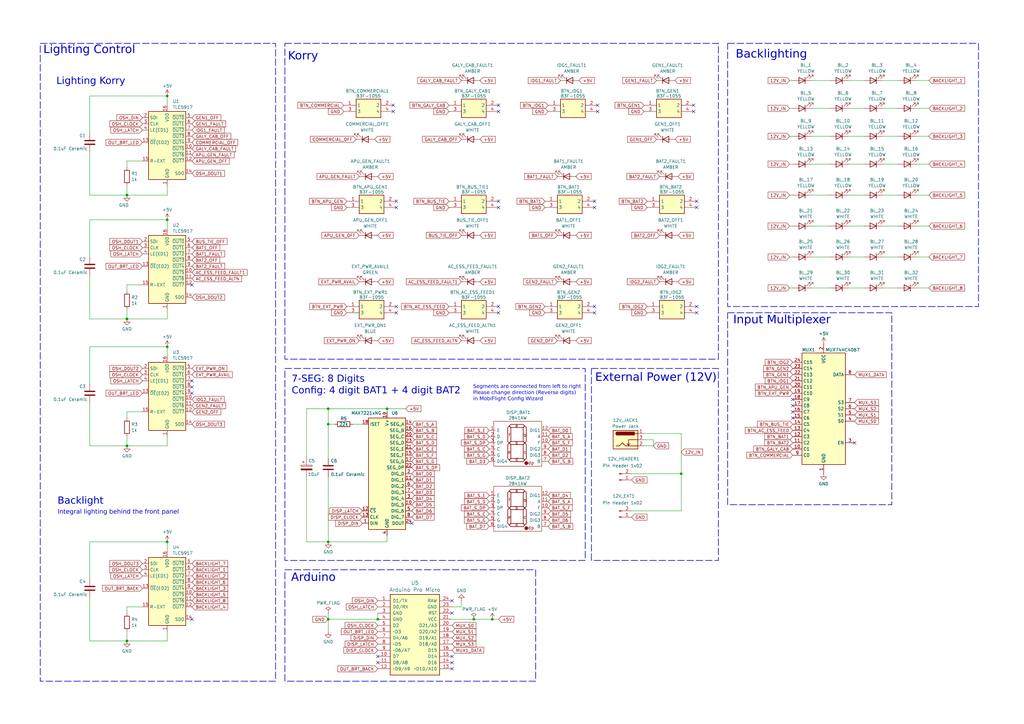
<source format=kicad_sch>
(kicad_sch (version 20231120) (generator "eeschema") (generator_version "8.0")
  (paper "A3")
  (title_block (title "ELEC Panel") (date "2024-11-17") (rev "V1.0") (company "S.K."))
  (junction (at 134.62 222.25))
  (junction (at 68.58 142.24))
  (junction (at 194.31 254))
  (junction (at 158.75 167.64))
  (junction (at 134.62 167.64))
  (junction (at 154.94 254))
  (junction (at 68.58 222.25))
  (junction (at 134.62 254))
  (junction (at 52.07 130.81))
  (junction (at 68.58 90.17))
  (junction (at 68.58 39.37))
  (junction (at 52.07 182.88))
  (junction (at 134.62 173.99))
  (junction (at 279.4 194.31))
  (junction (at 201.93 254))
  (junction (at 52.07 262.89))
  (junction (at 52.07 80.01))
  (no_connect (at 185.42 269.24))
  (no_connect (at 285.75 85.09))
  (no_connect (at 185.42 251.46))
  (no_connect (at 245.11 45.72))
  (no_connect (at 162.56 125.73))
  (no_connect (at 185.42 274.32))
  (no_connect (at 325.12 168.91))
  (no_connect (at 285.75 125.73))
  (no_connect (at 78.74 254))
  (no_connect (at 325.12 171.45))
  (no_connect (at 162.56 128.27))
  (no_connect (at 204.47 128.27))
  (no_connect (at 245.11 43.18))
  (no_connect (at 161.29 45.72))
  (no_connect (at 154.94 269.24))
  (no_connect (at 243.84 128.27))
  (no_connect (at 350.52 181.61))
  (no_connect (at 78.74 156.21))
  (no_connect (at 204.47 82.55))
  (no_connect (at 185.42 246.38))
  (no_connect (at 243.84 82.55))
  (no_connect (at 325.12 163.83))
  (no_connect (at 162.56 82.55))
  (no_connect (at 204.47 45.72))
  (no_connect (at 284.48 45.72))
  (no_connect (at 78.74 161.29))
  (no_connect (at 168.91 214.63))
  (no_connect (at 243.84 125.73))
  (no_connect (at 204.47 85.09))
  (no_connect (at 185.42 271.78))
  (no_connect (at 325.12 166.37))
  (no_connect (at 204.47 43.18))
  (no_connect (at 78.74 158.75))
  (no_connect (at 285.75 128.27))
  (no_connect (at 162.56 85.09))
  (no_connect (at 284.48 43.18))
  (no_connect (at 161.29 43.18))
  (no_connect (at 78.74 116.84))
  (no_connect (at 243.84 85.09))
  (no_connect (at 154.94 271.78))
  (no_connect (at 204.47 125.73))
  (no_connect (at 285.75 82.55))
  (wire (pts (xy 52.07 127) (xy 52.07 130.81)))
  (wire (pts (xy 279.4 177.8) (xy 279.4 194.31)))
  (wire (pts (xy 134.62 222.25) (xy 125.73 222.25)))
  (wire (pts (xy 332.74 44.45) (xy 340.36 44.45)))
  (wire (pts (xy 36.83 262.89) (xy 52.07 262.89)))
  (wire (pts (xy 347.98 33.02) (xy 354.33 33.02)))
  (wire (pts (xy 375.92 67.31) (xy 381 67.31)))
  (wire (pts (xy 125.73 187.96) (xy 125.73 167.64)))
  (wire (pts (xy 375.92 80.01) (xy 381 80.01)))
  (wire (pts (xy 52.07 248.92) (xy 52.07 251.46)))
  (wire (pts (xy 137.16 173.99) (xy 134.62 173.99)))
  (wire (pts (xy 52.07 80.01) (xy 68.58 80.01)))
  (wire (pts (xy 52.07 116.84) (xy 52.07 119.38)))
  (wire (pts (xy 36.83 80.01) (xy 52.07 80.01)))
  (wire (pts (xy 158.75 222.25) (xy 134.62 222.25)))
  (wire (pts (xy 36.83 222.25) (xy 36.83 237.49)))
  (wire (pts (xy 332.74 105.41) (xy 340.36 105.41)))
  (wire (pts (xy 36.83 113.03) (xy 36.83 130.81)))
  (wire (pts (xy 325.12 67.31) (xy 323.85 67.31)))
  (wire (pts (xy 36.83 142.24) (xy 68.58 142.24)))
  (wire (pts (xy 325.12 105.41) (xy 323.85 105.41)))
  (wire (pts (xy 68.58 90.17) (xy 68.58 93.98)))
  (wire (pts (xy 347.98 118.11) (xy 354.33 118.11)))
  (wire (pts (xy 347.98 80.01) (xy 354.33 80.01)))
  (wire (pts (xy 36.83 182.88) (xy 52.07 182.88)))
  (wire (pts (xy 264.16 177.8) (xy 279.4 177.8)))
  (wire (pts (xy 361.95 118.11) (xy 368.3 118.11)))
  (wire (pts (xy 36.83 130.81) (xy 52.07 130.81)))
  (wire (pts (xy 68.58 80.01) (xy 68.58 76.2)))
  (wire (pts (xy 375.92 118.11) (xy 381 118.11)))
  (wire (pts (xy 52.07 76.2) (xy 52.07 80.01)))
  (wire (pts (xy 36.83 39.37) (xy 36.83 54.61)))
  (wire (pts (xy 264.16 182.88) (xy 267.97 182.88)))
  (wire (pts (xy 52.07 262.89) (xy 68.58 262.89)))
  (wire (pts (xy 52.07 259.08) (xy 52.07 262.89)))
  (wire (pts (xy 347.98 92.71) (xy 354.33 92.71)))
  (wire (pts (xy 134.62 254) (xy 154.94 254)))
  (wire (pts (xy 189.23 248.92) (xy 189.23 246.38)))
  (wire (pts (xy 158.75 219.71) (xy 158.75 222.25)))
  (wire (pts (xy 134.62 251.46) (xy 134.62 254)))
  (wire (pts (xy 134.62 167.64) (xy 158.75 167.64)))
  (wire (pts (xy 375.92 33.02) (xy 381 33.02)))
  (wire (pts (xy 259.08 194.31) (xy 279.4 194.31)))
  (wire (pts (xy 323.85 33.02) (xy 325.12 33.02)))
  (wire (pts (xy 58.42 66.04) (xy 52.07 66.04)))
  (wire (pts (xy 52.07 179.07) (xy 52.07 182.88)))
  (wire (pts (xy 267.97 180.34) (xy 267.97 182.88)))
  (wire (pts (xy 375.92 92.71) (xy 381 92.71)))
  (wire (pts (xy 332.74 33.02) (xy 340.36 33.02)))
  (wire (pts (xy 332.74 67.31) (xy 340.36 67.31)))
  (wire (pts (xy 134.62 173.99) (xy 134.62 167.64)))
  (wire (pts (xy 134.62 173.99) (xy 134.62 187.96)))
  (wire (pts (xy 158.75 167.64) (xy 158.75 168.91)))
  (wire (pts (xy 361.95 44.45) (xy 368.3 44.45)))
  (wire (pts (xy 361.95 92.71) (xy 368.3 92.71)))
  (wire (pts (xy 361.95 33.02) (xy 368.3 33.02)))
  (wire (pts (xy 375.92 105.41) (xy 381 105.41)))
  (wire (pts (xy 68.58 130.81) (xy 68.58 127)))
  (wire (pts (xy 58.42 116.84) (xy 52.07 116.84)))
  (wire (pts (xy 185.42 248.92) (xy 189.23 248.92)))
  (wire (pts (xy 347.98 67.31) (xy 354.33 67.31)))
  (wire (pts (xy 36.83 62.23) (xy 36.83 80.01)))
  (wire (pts (xy 125.73 167.64) (xy 134.62 167.64)))
  (wire (pts (xy 144.78 173.99) (xy 148.59 173.99)))
  (wire (pts (xy 134.62 259.08) (xy 134.62 254)))
  (wire (pts (xy 325.12 44.45) (xy 323.85 44.45)))
  (wire (pts (xy 375.92 44.45) (xy 381 44.45)))
  (wire (pts (xy 52.07 168.91) (xy 52.07 171.45)))
  (wire (pts (xy 347.98 44.45) (xy 354.33 44.45)))
  (wire (pts (xy 185.42 254) (xy 194.31 254)))
  (wire (pts (xy 332.74 92.71) (xy 340.36 92.71)))
  (wire (pts (xy 36.83 222.25) (xy 68.58 222.25)))
  (wire (pts (xy 325.12 118.11) (xy 323.85 118.11)))
  (wire (pts (xy 68.58 39.37) (xy 68.58 43.18)))
  (wire (pts (xy 361.95 67.31) (xy 368.3 67.31)))
  (wire (pts (xy 36.83 245.11) (xy 36.83 262.89)))
  (wire (pts (xy 264.16 180.34) (xy 267.97 180.34)))
  (wire (pts (xy 279.4 209.55) (xy 279.4 194.31)))
  (wire (pts (xy 332.74 118.11) (xy 340.36 118.11)))
  (wire (pts (xy 332.74 80.01) (xy 340.36 80.01)))
  (wire (pts (xy 52.07 66.04) (xy 52.07 68.58)))
  (wire (pts (xy 325.12 92.71) (xy 323.85 92.71)))
  (wire (pts (xy 68.58 222.25) (xy 68.58 226.06)))
  (wire (pts (xy 166.37 167.64) (xy 158.75 167.64)))
  (wire (pts (xy 58.42 248.92) (xy 52.07 248.92)))
  (wire (pts (xy 36.83 142.24) (xy 36.83 157.48)))
  (wire (pts (xy 347.98 55.88) (xy 354.33 55.88)))
  (wire (pts (xy 36.83 165.1) (xy 36.83 182.88)))
  (wire (pts (xy 194.31 254) (xy 201.93 254)))
  (wire (pts (xy 201.93 254) (xy 204.47 254)))
  (wire (pts (xy 36.83 39.37) (xy 68.58 39.37)))
  (wire (pts (xy 361.95 105.41) (xy 368.3 105.41)))
  (wire (pts (xy 361.95 55.88) (xy 368.3 55.88)))
  (wire (pts (xy 68.58 262.89) (xy 68.58 259.08)))
  (wire (pts (xy 361.95 80.01) (xy 368.3 80.01)))
  (wire (pts (xy 52.07 130.81) (xy 68.58 130.81)))
  (wire (pts (xy 68.58 142.24) (xy 68.58 146.05)))
  (wire (pts (xy 36.83 90.17) (xy 36.83 105.41)))
  (wire (pts (xy 259.08 209.55) (xy 279.4 209.55)))
  (wire (pts (xy 154.94 251.46) (xy 154.94 254)))
  (wire (pts (xy 375.92 55.88) (xy 381 55.88)))
  (wire (pts (xy 134.62 195.58) (xy 134.62 222.25)))
  (wire (pts (xy 347.98 105.41) (xy 354.33 105.41)))
  (wire (pts (xy 68.58 182.88) (xy 68.58 179.07)))
  (wire (pts (xy 36.83 90.17) (xy 68.58 90.17)))
  (wire (pts (xy 325.12 80.01) (xy 323.85 80.01)))
  (wire (pts (xy 325.12 55.88) (xy 323.85 55.88)))
  (wire (pts (xy 332.74 55.88) (xy 340.36 55.88)))
  (wire (pts (xy 58.42 168.91) (xy 52.07 168.91)))
  (wire (pts (xy 52.07 182.88) (xy 68.58 182.88)))
  (wire (pts (xy 125.73 195.58) (xy 125.73 222.25)))
  (rectangle (start 242.57 151.13) (end 294.64 229.87) (stroke (width 0.254) (type dash)))
  (rectangle (start 16.51 17.78) (end 113.03 279.4) (stroke (width 0.254) (type dash)))
  (rectangle (start 298.45 128.27) (end 365.76 207.01) (stroke (width 0.254) (type dash)))
  (rectangle (start 116.84 151.13) (end 240.03 229.87) (stroke (width 0.254) (type dash)))
  (rectangle (start 298.45 17.78) (end 401.32 125.73) (stroke (width 0.254) (type dash)))
  (rectangle (start 116.84 233.68) (end 219.71 279.4) (stroke (width 0.254) (type dash)))
  (rectangle (start 116.84 17.78) (end 294.64 147.32) (stroke (width 0.254) (type dash)))
  (text "Backlighting" (at 301.752 21.336 0) (effects (font (size 3.3782 3.3782)) (justify left top)))
  (text "7-SEG: 8 Digits\nConfig: 4 digit BAT1 + 4 digit BAT2" (at 119.634 154.686 0) (effects (font (size 2.8448 2.8448)) (justify left top)))
  (text "Arduino" (at 119.38 235.966 0) (effects (font (size 3.3782 3.3782)) (justify left top)))
  (text "Korry" (at 118.11 22.098 0) (effects (font (size 3.3782 3.3782)) (justify left top)))
  (text "Segments are connected from left to right\nPlease change direction (Reverse digits) \nin MobiFlight Config Wizard" (at 194.056 158.242 0) (effects (font (size 1.5 1.5)) (justify left top)))
  (text "Input Multiplexer" (at 300.736 130.302 0) (effects (font (size 3.3782 3.3782)) (justify left top)))
  (text "External Power (12V)" (at 244.094 153.924 0) (effects (font (size 3.3782 3.3782)) (justify left top)))
  (text "Lighting Korry" (at 23.114 32.512 0) (effects (font (size 2.8956 2.8956)) (justify left top)))
  (text "Lighting Control" (at 17.78 19.4818 0) (effects (font (size 3.3782 3.3782)) (justify left top)))
  (text "Integral lighting behind the front panel" (at 23.622 209.55 0) (effects (font (size 1.8288 1.8288)) (justify left top)))
  (text "Backlight" (at 23.622 204.6732 0) (effects (font (size 2.8956 2.8956)) (justify left top)))
  (global_label "BAT_D7" (shape input) (at 200.66 215.9 180) (property "Intersheetrefs" "${INTERSHEET_REFS}" (effects (hide yes))))
  (global_label "OUT_BRT_LED" (shape input) (at 58.42 161.29 180) (property "Intersheetrefs" "${INTERSHEET_REFS}" (effects (hide yes))))
  (global_label "OSH_LATCH" (shape input) (at 154.94 248.92 180) (property "Intersheetrefs" "${INTERSHEET_REFS}" (effects (hide yes))))
  (global_label "GALY_CAB_FAULT" (shape input) (at 189.23 33.02 180) (property "Intersheetrefs" "${INTERSHEET_REFS}" (effects (hide yes))))
  (global_label "GALY_CAB_OFF" (shape input) (at 189.23 57.15 180) (property "Intersheetrefs" "${INTERSHEET_REFS}" (effects (hide yes))))
  (global_label "APU_GEN_OFF" (shape input) (at 147.32 96.52 180) (property "Intersheetrefs" "${INTERSHEET_REFS}" (effects (hide yes))))
  (global_label "BTN_IDG2" (shape input) (at 265.43 125.73 180) (property "Intersheetrefs" "${INTERSHEET_REFS}" (effects (hide yes))))
  (global_label "+5V" (shape input) (at 278.13 115.57 0) (property "Intersheetrefs" "${INTERSHEET_REFS}" (effects (hide yes))))
  (global_label "+5V" (shape input) (at 196.85 139.7 0) (property "Intersheetrefs" "${INTERSHEET_REFS}" (effects (hide yes))))
  (global_label "12V_IN" (shape input) (at 323.85 80.01 180) (property "Intersheetrefs" "${INTERSHEET_REFS}" (effects (hide yes))))
  (global_label "GND" (shape input) (at 265.43 128.27 180) (property "Intersheetrefs" "${INTERSHEET_REFS}" (effects (hide yes))))
  (global_label "GND" (shape input) (at 224.79 45.72 180) (property "Intersheetrefs" "${INTERSHEET_REFS}" (effects (hide yes))))
  (global_label "OSH_DOUT3" (shape input) (at 58.42 231.14 180) (property "Intersheetrefs" "${INTERSHEET_REFS}" (effects (hide yes))))
  (global_label "MUX1_DATA" (shape input) (at 350.52 153.67 0) (property "Intersheetrefs" "${INTERSHEET_REFS}" (effects (hide yes))))
  (global_label "BACKLIGHT_8" (shape input) (at 381 118.11 0) (property "Intersheetrefs" "${INTERSHEET_REFS}" (effects (hide yes))))
  (global_label "GND" (shape input) (at 134.62 254 180) (property "Intersheetrefs" "${INTERSHEET_REFS}" (effects (hide yes))))
  (global_label "BTN_APU_GEN" (shape input) (at 325.12 158.75 180) (property "Intersheetrefs" "${INTERSHEET_REFS}" (effects (hide yes))))
  (global_label "BTN_IDG2" (shape input) (at 325.12 148.59 180) (property "Intersheetrefs" "${INTERSHEET_REFS}" (effects (hide yes))))
  (global_label "+5V" (shape input) (at 196.85 96.52 0) (property "Intersheetrefs" "${INTERSHEET_REFS}" (effects (hide yes))))
  (global_label "BTN_AC_ESS_FEED" (shape input) (at 325.12 176.53 180) (property "Intersheetrefs" "${INTERSHEET_REFS}" (effects (hide yes))))
  (global_label "12V_IN" (shape input) (at 323.85 118.11 180) (property "Intersheetrefs" "${INTERSHEET_REFS}" (effects (hide yes))))
  (global_label "DISP_CLOCK" (shape input) (at 154.94 266.7 180) (property "Intersheetrefs" "${INTERSHEET_REFS}" (effects (hide yes))))
  (global_label "OSH_CLOCK" (shape input) (at 58.42 233.68 180) (property "Intersheetrefs" "${INTERSHEET_REFS}" (effects (hide yes))))
  (global_label "BAT_D5" (shape input) (at 168.91 207.01 0) (property "Intersheetrefs" "${INTERSHEET_REFS}" (effects (hide yes))))
  (global_label "BACKLIGHT_1" (shape input) (at 78.74 233.68 0) (property "Intersheetrefs" "${INTERSHEET_REFS}" (effects (hide yes))))
  (global_label "OUT_BRT_LED" (shape input) (at 154.94 259.08 180) (property "Intersheetrefs" "${INTERSHEET_REFS}" (effects (hide yes))))
  (global_label "BTN_BUS_TIE" (shape input) (at 184.15 82.55 180) (property "Intersheetrefs" "${INTERSHEET_REFS}" (effects (hide yes))))
  (global_label "BACKLIGHT_6" (shape input) (at 78.74 238.76 0) (property "Intersheetrefs" "${INTERSHEET_REFS}" (effects (hide yes))))
  (global_label "GEN2_FAULT" (shape input) (at 78.74 166.37 0) (property "Intersheetrefs" "${INTERSHEET_REFS}" (effects (hide yes))))
  (global_label "BACKLIGHT_5" (shape input) (at 78.74 243.84 0) (property "Intersheetrefs" "${INTERSHEET_REFS}" (effects (hide yes))))
  (global_label "BUS_TIE_OFF" (shape input) (at 189.23 96.52 180) (property "Intersheetrefs" "${INTERSHEET_REFS}" (effects (hide yes))))
  (global_label "+5V" (shape input) (at 276.86 57.15 0) (property "Intersheetrefs" "${INTERSHEET_REFS}" (effects (hide yes))))
  (global_label "GND" (shape input) (at 264.16 45.72 180) (property "Intersheetrefs" "${INTERSHEET_REFS}" (effects (hide yes))))
  (global_label "BAT_S_G" (shape input) (at 200.66 213.36 180) (property "Intersheetrefs" "${INTERSHEET_REFS}" (effects (hide yes))))
  (global_label "OSH_DOUT1" (shape input) (at 78.74 71.12 0) (property "Intersheetrefs" "${INTERSHEET_REFS}" (effects (hide yes))))
  (global_label "BAT_S_C" (shape input) (at 168.91 179.07 0) (property "Intersheetrefs" "${INTERSHEET_REFS}" (effects (hide yes))))
  (global_label "BACKLIGHT_6" (shape input) (at 381 92.71 0) (property "Intersheetrefs" "${INTERSHEET_REFS}" (effects (hide yes))))
  (global_label "DISP_CLOCK" (shape input) (at 148.59 212.09 180) (property "Intersheetrefs" "${INTERSHEET_REFS}" (effects (hide yes))))
  (global_label "BTN_COMMERCIAL" (shape input) (at 325.12 186.69 180) (property "Intersheetrefs" "${INTERSHEET_REFS}" (effects (hide yes))))
  (global_label "BAT_S_D" (shape input) (at 200.66 179.07 180) (property "Intersheetrefs" "${INTERSHEET_REFS}" (effects (hide yes))))
  (global_label "BTN_APU_GEN" (shape input) (at 142.24 82.55 180) (property "Intersheetrefs" "${INTERSHEET_REFS}" (effects (hide yes))))
  (global_label "+5V" (shape input) (at 154.94 96.52 0) (property "Intersheetrefs" "${INTERSHEET_REFS}" (effects (hide yes))))
  (global_label "BAT_D0" (shape input) (at 168.91 194.31 0) (property "Intersheetrefs" "${INTERSHEET_REFS}" (effects (hide yes))))
  (global_label "BTN_BAT2" (shape input) (at 325.12 181.61 180) (property "Intersheetrefs" "${INTERSHEET_REFS}" (effects (hide yes))))
  (global_label "BAT_D4" (shape input) (at 168.91 204.47 0) (property "Intersheetrefs" "${INTERSHEET_REFS}" (effects (hide yes))))
  (global_label "BTN_BAT1" (shape input) (at 325.12 179.07 180) (property "Intersheetrefs" "${INTERSHEET_REFS}" (effects (hide yes))))
  (global_label "BACKLIGHT_3" (shape input) (at 381 55.88 0) (property "Intersheetrefs" "${INTERSHEET_REFS}" (effects (hide yes))))
  (global_label "BACKLIGHT_3" (shape input) (at 78.74 241.3 0) (property "Intersheetrefs" "${INTERSHEET_REFS}" (effects (hide yes))))
  (global_label "GND" (shape input) (at 184.15 85.09 180) (property "Intersheetrefs" "${INTERSHEET_REFS}" (effects (hide yes))))
  (global_label "GND" (shape input) (at 259.08 196.85 0) (property "Intersheetrefs" "${INTERSHEET_REFS}" (effects (hide yes))))
  (global_label "BAT_S_E" (shape input) (at 200.66 203.2 180) (property "Intersheetrefs" "${INTERSHEET_REFS}" (effects (hide yes))))
  (global_label "BACKLIGHT_1" (shape input) (at 381 33.02 0) (property "Intersheetrefs" "${INTERSHEET_REFS}" (effects (hide yes))))
  (global_label "BUS_TIE_OFF" (shape input) (at 78.74 99.06 0) (property "Intersheetrefs" "${INTERSHEET_REFS}" (effects (hide yes))))
  (global_label "BAT_S_A" (shape input) (at 224.79 205.74 0) (property "Intersheetrefs" "${INTERSHEET_REFS}" (effects (hide yes))))
  (global_label "AC_ESS_FEED_ALTN" (shape input) (at 189.23 139.7 180) (property "Intersheetrefs" "${INTERSHEET_REFS}" (effects (hide yes))))
  (global_label "EXT_PWR_ON" (shape input) (at 147.32 139.7 180) (property "Intersheetrefs" "${INTERSHEET_REFS}" (effects (hide yes))))
  (global_label "BAT_S_F" (shape input) (at 224.79 208.28 0) (property "Intersheetrefs" "${INTERSHEET_REFS}" (effects (hide yes))))
  (global_label "GALY_CAB_FAULT" (shape input) (at 78.74 60.96 0) (property "Intersheetrefs" "${INTERSHEET_REFS}" (effects (hide yes))))
  (global_label "GND" (shape input) (at 142.24 85.09 180) (property "Intersheetrefs" "${INTERSHEET_REFS}" (effects (hide yes))))
  (global_label "+5V" (shape input) (at 236.22 139.7 0) (property "Intersheetrefs" "${INTERSHEET_REFS}" (effects (hide yes))))
  (global_label "+5V" (shape input) (at 154.94 115.57 0) (property "Intersheetrefs" "${INTERSHEET_REFS}" (effects (hide yes))))
  (global_label "BAT_S_B" (shape input) (at 168.91 176.53 0) (property "Intersheetrefs" "${INTERSHEET_REFS}" (effects (hide yes))))
  (global_label "BTN_EXT_PWR" (shape input) (at 325.12 161.29 180) (property "Intersheetrefs" "${INTERSHEET_REFS}" (effects (hide yes))))
  (global_label "GND" (shape input) (at 140.97 45.72 180) (property "Intersheetrefs" "${INTERSHEET_REFS}" (effects (hide yes))))
  (global_label "GND" (shape input) (at 142.24 128.27 180) (property "Intersheetrefs" "${INTERSHEET_REFS}" (effects (hide yes))))
  (global_label "+5V" (shape input) (at 154.94 139.7 0) (property "Intersheetrefs" "${INTERSHEET_REFS}" (effects (hide yes))))
  (global_label "BAT_D6" (shape input) (at 224.79 213.36 0) (property "Intersheetrefs" "${INTERSHEET_REFS}" (effects (hide yes))))
  (global_label "+5V" (shape input) (at 237.49 33.02 0) (property "Intersheetrefs" "${INTERSHEET_REFS}" (effects (hide yes))))
  (global_label "OSH_LATCH" (shape input) (at 58.42 236.22 180) (property "Intersheetrefs" "${INTERSHEET_REFS}" (effects (hide yes))))
  (global_label "IDG2_FAULT" (shape input) (at 78.74 163.83 0) (property "Intersheetrefs" "${INTERSHEET_REFS}" (effects (hide yes))))
  (global_label "12V_IN" (shape input) (at 279.4 185.42 0) (property "Intersheetrefs" "${INTERSHEET_REFS}" (effects (hide yes))))
  (global_label "GEN2_OFF" (shape input) (at 228.6 139.7 180) (property "Intersheetrefs" "${INTERSHEET_REFS}" (effects (hide yes))))
  (global_label "GND" (shape input) (at 223.52 85.09 180) (property "Intersheetrefs" "${INTERSHEET_REFS}" (effects (hide yes))))
  (global_label "AC_ESS_FEED_FAULT1" (shape input) (at 78.74 111.76 0) (property "Intersheetrefs" "${INTERSHEET_REFS}" (effects (hide yes))))
  (global_label "+5V" (shape input) (at 236.22 72.39 0) (property "Intersheetrefs" "${INTERSHEET_REFS}" (effects (hide yes))))
  (global_label "12V_IN" (shape input) (at 323.85 33.02 180) (property "Intersheetrefs" "${INTERSHEET_REFS}" (effects (hide yes))))
  (global_label "BAT_S_F" (shape input) (at 224.79 181.61 0) (property "Intersheetrefs" "${INTERSHEET_REFS}" (effects (hide yes))))
  (global_label "OSH_LATCH" (shape input) (at 58.42 156.21 180) (property "Intersheetrefs" "${INTERSHEET_REFS}" (effects (hide yes))))
  (global_label "+5V" (shape input) (at 153.67 57.15 0) (property "Intersheetrefs" "${INTERSHEET_REFS}" (effects (hide yes))))
  (global_label "MUX_S2" (shape input) (at 350.52 167.64 0) (property "Intersheetrefs" "${INTERSHEET_REFS}" (effects (hide yes))))
  (global_label "BAT_D6" (shape input) (at 168.91 209.55 0) (property "Intersheetrefs" "${INTERSHEET_REFS}" (effects (hide yes))))
  (global_label "OSH_LATCH" (shape input) (at 58.42 53.34 180) (property "Intersheetrefs" "${INTERSHEET_REFS}" (effects (hide yes))))
  (global_label "GEN1_OFF" (shape input) (at 269.24 57.15 180) (property "Intersheetrefs" "${INTERSHEET_REFS}" (effects (hide yes))))
  (global_label "GND" (shape input) (at 223.52 128.27 180) (property "Intersheetrefs" "${INTERSHEET_REFS}" (effects (hide yes))))
  (global_label "MUX1_DATA" (shape input) (at 185.42 266.7 0) (property "Intersheetrefs" "${INTERSHEET_REFS}" (effects (hide yes))))
  (global_label "APU_GEN_FAULT" (shape input) (at 147.32 72.39 180) (property "Intersheetrefs" "${INTERSHEET_REFS}" (effects (hide yes))))
  (global_label "BAT_D1" (shape input) (at 168.91 196.85 0) (property "Intersheetrefs" "${INTERSHEET_REFS}" (effects (hide yes))))
  (global_label "BAT_S_E" (shape input) (at 168.91 184.15 0) (property "Intersheetrefs" "${INTERSHEET_REFS}" (effects (hide yes))))
  (global_label "BAT_S_A" (shape input) (at 224.79 179.07 0) (property "Intersheetrefs" "${INTERSHEET_REFS}" (effects (hide yes))))
  (global_label "OUT_BRT_BACK" (shape input) (at 154.94 274.32 180) (property "Intersheetrefs" "${INTERSHEET_REFS}" (effects (hide yes))))
  (global_label "BAT2_FAULT" (shape input) (at 78.74 109.22 0) (property "Intersheetrefs" "${INTERSHEET_REFS}" (effects (hide yes))))
  (global_label "GEN1_FAULT" (shape input) (at 269.24 33.02 180) (property "Intersheetrefs" "${INTERSHEET_REFS}" (effects (hide yes))))
  (global_label "12V_IN" (shape input) (at 323.85 55.88 180) (property "Intersheetrefs" "${INTERSHEET_REFS}" (effects (hide yes))))
  (global_label "+5V" (shape input) (at 196.85 33.02 0) (property "Intersheetrefs" "${INTERSHEET_REFS}" (effects (hide yes))))
  (global_label "GND" (shape input) (at 259.08 212.09 0) (property "Intersheetrefs" "${INTERSHEET_REFS}" (effects (hide yes))))
  (global_label "BAT_S_G" (shape input) (at 168.91 189.23 0) (property "Intersheetrefs" "${INTERSHEET_REFS}" (effects (hide yes))))
  (global_label "OSH_DOUT2" (shape input) (at 58.42 151.13 180) (property "Intersheetrefs" "${INTERSHEET_REFS}" (effects (hide yes))))
  (global_label "+5V" (shape input) (at 204.47 254 0) (property "Intersheetrefs" "${INTERSHEET_REFS}" (effects (hide yes))))
  (global_label "IDG2_FAULT" (shape input) (at 270.51 115.57 180) (property "Intersheetrefs" "${INTERSHEET_REFS}" (effects (hide yes))))
  (global_label "+5V" (shape input) (at 236.22 96.52 0) (property "Intersheetrefs" "${INTERSHEET_REFS}" (effects (hide yes))))
  (global_label "GND" (shape input) (at 184.15 45.72 180) (property "Intersheetrefs" "${INTERSHEET_REFS}" (effects (hide yes))))
  (global_label "OSH_CLOCK" (shape input) (at 58.42 101.6 180) (property "Intersheetrefs" "${INTERSHEET_REFS}" (effects (hide yes))))
  (global_label "BAT_D3" (shape input) (at 168.91 201.93 0) (property "Intersheetrefs" "${INTERSHEET_REFS}" (effects (hide yes))))
  (global_label "MUX_S3" (shape input) (at 350.52 165.1 0) (property "Intersheetrefs" "${INTERSHEET_REFS}" (effects (hide yes))))
  (global_label "OUT_BRT_BACK" (shape input) (at 58.42 241.3 180) (property "Intersheetrefs" "${INTERSHEET_REFS}" (effects (hide yes))))
  (global_label "BAT_S_C" (shape input) (at 200.66 184.15 180) (property "Intersheetrefs" "${INTERSHEET_REFS}" (effects (hide yes))))
  (global_label "12V_IN" (shape input) (at 323.85 44.45 180) (property "Intersheetrefs" "${INTERSHEET_REFS}" (effects (hide yes))))
  (global_label "MUX_S3" (shape input) (at 185.42 264.16 0) (property "Intersheetrefs" "${INTERSHEET_REFS}" (effects (hide yes))))
  (global_label "BAT_S_E" (shape input) (at 200.66 176.53 180) (property "Intersheetrefs" "${INTERSHEET_REFS}" (effects (hide yes))))
  (global_label "GEN1_OFF" (shape input) (at 78.74 48.26 0) (property "Intersheetrefs" "${INTERSHEET_REFS}" (effects (hide yes))))
  (global_label "GALY_CAB_OFF" (shape input) (at 78.74 55.88 0) (property "Intersheetrefs" "${INTERSHEET_REFS}" (effects (hide yes))))
  (global_label "DISP_LATCH" (shape input) (at 148.59 209.55 180) (property "Intersheetrefs" "${INTERSHEET_REFS}" (effects (hide yes))))
  (global_label "AC_ESS_FEED_ALTN" (shape input) (at 78.74 114.3 0) (property "Intersheetrefs" "${INTERSHEET_REFS}" (effects (hide yes))))
  (global_label "DISP_DIN" (shape input) (at 154.94 261.62 180) (property "Intersheetrefs" "${INTERSHEET_REFS}" (effects (hide yes))))
  (global_label "+5V" (shape input) (at 278.13 96.52 0) (property "Intersheetrefs" "${INTERSHEET_REFS}" (effects (hide yes))))
  (global_label "BTN_BAT1" (shape input) (at 223.52 82.55 180) (property "Intersheetrefs" "${INTERSHEET_REFS}" (effects (hide yes))))
  (global_label "GEN2_FAULT" (shape input) (at 228.6 115.57 180) (property "Intersheetrefs" "${INTERSHEET_REFS}" (effects (hide yes))))
  (global_label "DISP_LATCH" (shape input) (at 154.94 264.16 180) (property "Intersheetrefs" "${INTERSHEET_REFS}" (effects (hide yes))))
  (global_label "OSH_DIN" (shape input) (at 58.42 48.26 180) (property "Intersheetrefs" "${INTERSHEET_REFS}" (effects (hide yes))))
  (global_label "BAT1_FAULT" (shape input) (at 228.6 72.39 180) (property "Intersheetrefs" "${INTERSHEET_REFS}" (effects (hide yes))))
  (global_label "BAT_S_F" (shape input) (at 168.91 186.69 0) (property "Intersheetrefs" "${INTERSHEET_REFS}" (effects (hide yes))))
  (global_label "12V_IN" (shape input) (at 323.85 67.31 180) (property "Intersheetrefs" "${INTERSHEET_REFS}" (effects (hide yes))))
  (global_label "BTN_BAT2" (shape input) (at 265.43 82.55 180) (property "Intersheetrefs" "${INTERSHEET_REFS}" (effects (hide yes))))
  (global_label "OSH_CLOCK" (shape input) (at 154.94 256.54 180) (property "Intersheetrefs" "${INTERSHEET_REFS}" (effects (hide yes))))
  (global_label "BTN_EXT_PWR" (shape input) (at 142.24 125.73 180) (property "Intersheetrefs" "${INTERSHEET_REFS}" (effects (hide yes))))
  (global_label "BAT_D3" (shape input) (at 200.66 189.23 180) (property "Intersheetrefs" "${INTERSHEET_REFS}" (effects (hide yes))))
  (global_label "BAT_S_DP" (shape input) (at 168.91 191.77 0) (property "Intersheetrefs" "${INTERSHEET_REFS}" (effects (hide yes))))
  (global_label "BAT_S_B" (shape input) (at 224.79 189.23 0) (property "Intersheetrefs" "${INTERSHEET_REFS}" (effects (hide yes))))
  (global_label "BAT_D1" (shape input) (at 224.79 184.15 0) (property "Intersheetrefs" "${INTERSHEET_REFS}" (effects (hide yes))))
  (global_label "BAT_D4" (shape input) (at 224.79 203.2 0) (property "Intersheetrefs" "${INTERSHEET_REFS}" (effects (hide yes))))
  (global_label "12V_IN" (shape input) (at 323.85 92.71 180) (property "Intersheetrefs" "${INTERSHEET_REFS}" (effects (hide yes))))
  (global_label "IDG1_FAULT" (shape input) (at 229.87 33.02 180) (property "Intersheetrefs" "${INTERSHEET_REFS}" (effects (hide yes))))
  (global_label "BAT_D2" (shape input) (at 168.91 199.39 0) (property "Intersheetrefs" "${INTERSHEET_REFS}" (effects (hide yes))))
  (global_label "EXT_PWR_AVAIL" (shape input) (at 78.74 153.67 0) (property "Intersheetrefs" "${INTERSHEET_REFS}" (effects (hide yes))))
  (global_label "BTN_GALY_CAB" (shape input) (at 325.12 184.15 180) (property "Intersheetrefs" "${INTERSHEET_REFS}" (effects (hide yes))))
  (global_label "BAT2_OFF" (shape input) (at 270.51 96.52 180) (property "Intersheetrefs" "${INTERSHEET_REFS}" (effects (hide yes))))
  (global_label "MUX_S0" (shape input) (at 350.52 172.72 0) (property "Intersheetrefs" "${INTERSHEET_REFS}" (effects (hide yes))))
  (global_label "BAT_S_B" (shape input) (at 224.79 215.9 0) (property "Intersheetrefs" "${INTERSHEET_REFS}" (effects (hide yes))))
  (global_label "BAT_S_A" (shape input) (at 168.91 173.99 0) (property "Intersheetrefs" "${INTERSHEET_REFS}" (effects (hide yes))))
  (global_label "BTN_GEN1" (shape input) (at 325.12 153.67 180) (property "Intersheetrefs" "${INTERSHEET_REFS}" (effects (hide yes))))
  (global_label "BAT_S_D" (shape input) (at 200.66 205.74 180) (property "Intersheetrefs" "${INTERSHEET_REFS}" (effects (hide yes))))
  (global_label "COMMERCIAL_OFF" (shape input) (at 78.74 58.42 0) (property "Intersheetrefs" "${INTERSHEET_REFS}" (effects (hide yes))))
  (global_label "OSH_DOUT1" (shape input) (at 58.42 99.06 180) (property "Intersheetrefs" "${INTERSHEET_REFS}" (effects (hide yes))))
  (global_label "BAT_S_D" (shape input) (at 168.91 181.61 0) (property "Intersheetrefs" "${INTERSHEET_REFS}" (effects (hide yes))))
  (global_label "BAT1_OFF" (shape input) (at 78.74 101.6 0) (property "Intersheetrefs" "${INTERSHEET_REFS}" (effects (hide yes))))
  (global_label "BACKLIGHT_8" (shape input) (at 78.74 246.38 0) (property "Intersheetrefs" "${INTERSHEET_REFS}" (effects (hide yes))))
  (global_label "BAT_S_G" (shape input) (at 200.66 186.69 180) (property "Intersheetrefs" "${INTERSHEET_REFS}" (effects (hide yes))))
  (global_label "GND" (shape input) (at 265.43 85.09 180) (property "Intersheetrefs" "${INTERSHEET_REFS}" (effects (hide yes))))
  (global_label "BTN_GEN1" (shape input) (at 264.16 43.18 180) (property "Intersheetrefs" "${INTERSHEET_REFS}" (effects (hide yes))))
  (global_label "MUX_S1" (shape input) (at 350.52 170.18 0) (property "Intersheetrefs" "${INTERSHEET_REFS}" (effects (hide yes))))
  (global_label "GND" (shape input) (at 184.15 128.27 180) (property "Intersheetrefs" "${INTERSHEET_REFS}" (effects (hide yes))))
  (global_label "MUX_S1" (shape input) (at 185.42 259.08 0) (property "Intersheetrefs" "${INTERSHEET_REFS}" (effects (hide yes))))
  (global_label "BACKLIGHT_7" (shape input) (at 381 105.41 0) (property "Intersheetrefs" "${INTERSHEET_REFS}" (effects (hide yes))))
  (global_label "BTN_COMMERCIAL" (shape input) (at 140.97 43.18 180) (property "Intersheetrefs" "${INTERSHEET_REFS}" (effects (hide yes))))
  (global_label "APU_GEN_OFF" (shape input) (at 78.74 66.04 0) (property "Intersheetrefs" "${INTERSHEET_REFS}" (effects (hide yes))))
  (global_label "BAT2_FAULT" (shape input) (at 270.51 72.39 180) (property "Intersheetrefs" "${INTERSHEET_REFS}" (effects (hide yes))))
  (global_label "MUX_S0" (shape input) (at 185.42 256.54 0) (property "Intersheetrefs" "${INTERSHEET_REFS}" (effects (hide yes))))
  (global_label "BAT2_OFF" (shape input) (at 78.74 106.68 0) (property "Intersheetrefs" "${INTERSHEET_REFS}" (effects (hide yes))))
  (global_label "BAT1_OFF" (shape input) (at 228.6 96.52 180) (property "Intersheetrefs" "${INTERSHEET_REFS}" (effects (hide yes))))
  (global_label "BAT_D5" (shape input) (at 224.79 210.82 0) (property "Intersheetrefs" "${INTERSHEET_REFS}" (effects (hide yes))))
  (global_label "OSH_CLOCK" (shape input) (at 58.42 153.67 180) (property "Intersheetrefs" "${INTERSHEET_REFS}" (effects (hide yes))))
  (global_label "DISP_DIN" (shape input) (at 148.59 214.63 180) (property "Intersheetrefs" "${INTERSHEET_REFS}" (effects (hide yes))))
  (global_label "BTN_GEN2" (shape input) (at 325.12 151.13 180) (property "Intersheetrefs" "${INTERSHEET_REFS}" (effects (hide yes))))
  (global_label "BTN_GEN2" (shape input) (at 223.52 125.73 180) (property "Intersheetrefs" "${INTERSHEET_REFS}" (effects (hide yes))))
  (global_label "GEN1_FAULT" (shape input) (at 78.74 50.8 0) (property "Intersheetrefs" "${INTERSHEET_REFS}" (effects (hide yes))))
  (global_label "MUX_S2" (shape input) (at 185.42 261.62 0) (property "Intersheetrefs" "${INTERSHEET_REFS}" (effects (hide yes))))
  (global_label "OUT_BRT_LED" (shape input) (at 58.42 58.42 180) (property "Intersheetrefs" "${INTERSHEET_REFS}" (effects (hide yes))))
  (global_label "BAT1_FAULT" (shape input) (at 78.74 104.14 0) (property "Intersheetrefs" "${INTERSHEET_REFS}" (effects (hide yes))))
  (global_label "APU_GEN_FAULT" (shape input) (at 78.74 63.5 0) (property "Intersheetrefs" "${INTERSHEET_REFS}" (effects (hide yes))))
  (global_label "12V_IN" (shape input) (at 323.85 105.41 180) (property "Intersheetrefs" "${INTERSHEET_REFS}" (effects (hide yes))))
  (global_label "+5V" (shape input) (at 196.85 57.15 0) (property "Intersheetrefs" "${INTERSHEET_REFS}" (effects (hide yes))))
  (global_label "BACKLIGHT_5" (shape input) (at 381 80.01 0) (property "Intersheetrefs" "${INTERSHEET_REFS}" (effects (hide yes))))
  (global_label "GND" (shape input) (at 267.97 182.88 0) (property "Intersheetrefs" "${INTERSHEET_REFS}" (effects (hide yes))))
  (global_label "BTN_AC_ESS_FEED" (shape input) (at 184.15 125.73 180) (property "Intersheetrefs" "${INTERSHEET_REFS}" (effects (hide yes))))
  (global_label "BAT_D2" (shape input) (at 224.79 186.69 0) (property "Intersheetrefs" "${INTERSHEET_REFS}" (effects (hide yes))))
  (global_label "OUT_BRT_LED" (shape input) (at 58.42 109.22 180) (property "Intersheetrefs" "${INTERSHEET_REFS}" (effects (hide yes))))
  (global_label "AC_ESS_FEED_FAULT1" (shape input) (at 189.23 115.57 180) (property "Intersheetrefs" "${INTERSHEET_REFS}" (effects (hide yes))))
  (global_label "IDG1_FAULT" (shape input) (at 78.74 53.34 0) (property "Intersheetrefs" "${INTERSHEET_REFS}" (effects (hide yes))))
  (global_label "BACKLIGHT_7" (shape input) (at 78.74 231.14 0) (property "Intersheetrefs" "${INTERSHEET_REFS}" (effects (hide yes))))
  (global_label "OSH_CLOCK" (shape input) (at 58.42 50.8 180) (property "Intersheetrefs" "${INTERSHEET_REFS}" (effects (hide yes))))
  (global_label "+5V" (shape input) (at 196.85 115.57 0) (property "Intersheetrefs" "${INTERSHEET_REFS}" (effects (hide yes))))
  (global_label "EXT_PWR_ON" (shape input) (at 78.74 151.13 0) (property "Intersheetrefs" "${INTERSHEET_REFS}" (effects (hide yes))))
  (global_label "BTN_IDG1" (shape input) (at 325.12 156.21 180) (property "Intersheetrefs" "${INTERSHEET_REFS}" (effects (hide yes))))
  (global_label "BAT_S_DP" (shape input) (at 200.66 208.28 180) (property "Intersheetrefs" "${INTERSHEET_REFS}" (effects (hide yes))))
  (global_label "BTN_BUS_TIE" (shape input) (at 325.12 173.99 180) (property "Intersheetrefs" "${INTERSHEET_REFS}" (effects (hide yes))))
  (global_label "+5V" (shape input) (at 276.86 33.02 0) (property "Intersheetrefs" "${INTERSHEET_REFS}" (effects (hide yes))))
  (global_label "BACKLIGHT_4" (shape input) (at 78.74 248.92 0) (property "Intersheetrefs" "${INTERSHEET_REFS}" (effects (hide yes))))
  (global_label "EXT_PWR_AVAIL" (shape input) (at 147.32 115.57 180) (property "Intersheetrefs" "${INTERSHEET_REFS}" (effects (hide yes))))
  (global_label "BAT_D0" (shape input) (at 224.79 176.53 0) (property "Intersheetrefs" "${INTERSHEET_REFS}" (effects (hide yes))))
  (global_label "BAT_S_DP" (shape input) (at 200.66 181.61 180) (property "Intersheetrefs" "${INTERSHEET_REFS}" (effects (hide yes))))
  (global_label "BACKLIGHT_2" (shape input) (at 78.74 236.22 0) (property "Intersheetrefs" "${INTERSHEET_REFS}" (effects (hide yes))))
  (global_label "BAT_S_C" (shape input) (at 200.66 210.82 180) (property "Intersheetrefs" "${INTERSHEET_REFS}" (effects (hide yes))))
  (global_label "BACKLIGHT_4" (shape input) (at 381 67.31 0) (property "Intersheetrefs" "${INTERSHEET_REFS}" (effects (hide yes))))
  (global_label "OSH_LATCH" (shape input) (at 58.42 104.14 180) (property "Intersheetrefs" "${INTERSHEET_REFS}" (effects (hide yes))))
  (global_label "+5V" (shape input) (at 236.22 115.57 0) (property "Intersheetrefs" "${INTERSHEET_REFS}" (effects (hide yes))))
  (global_label "OSH_DOUT2" (shape input) (at 78.74 121.92 0) (property "Intersheetrefs" "${INTERSHEET_REFS}" (effects (hide yes))))
  (global_label "OSH_DOUT3" (shape input) (at 78.74 173.99 0) (property "Intersheetrefs" "${INTERSHEET_REFS}" (effects (hide yes))))
  (global_label "COMMERCIAL_OFF" (shape input) (at 146.05 57.15 180) (property "Intersheetrefs" "${INTERSHEET_REFS}" (effects (hide yes))))
  (global_label "+5V" (shape input) (at 166.37 167.64 0) (property "Intersheetrefs" "${INTERSHEET_REFS}" (effects (hide yes))))
  (global_label "OSH_DIN" (shape input) (at 154.94 246.38 180) (property "Intersheetrefs" "${INTERSHEET_REFS}" (effects (hide yes))))
  (global_label "BTN_GALY_CAB" (shape input) (at 184.15 43.18 180) (property "Intersheetrefs" "${INTERSHEET_REFS}" (effects (hide yes))))
  (global_label "BAT_D7" (shape input) (at 168.91 212.09 0) (property "Intersheetrefs" "${INTERSHEET_REFS}" (effects (hide yes))))
  (global_label "+5V" (shape input) (at 154.94 72.39 0) (property "Intersheetrefs" "${INTERSHEET_REFS}" (effects (hide yes))))
  (global_label "BACKLIGHT_2" (shape input) (at 381 44.45 0) (property "Intersheetrefs" "${INTERSHEET_REFS}" (effects (hide yes))))
  (global_label "GEN2_OFF" (shape input) (at 78.74 168.91 0) (property "Intersheetrefs" "${INTERSHEET_REFS}" (effects (hide yes))))
  (global_label "BTN_IDG1" (shape input) (at 224.79 43.18 180) (property "Intersheetrefs" "${INTERSHEET_REFS}" (effects (hide yes))))
  (global_label "+5V" (shape input) (at 278.13 72.39 0) (property "Intersheetrefs" "${INTERSHEET_REFS}" (effects (hide yes))))
  (symbol (lib_id "SamacSys_Parts:B3F-1055") (at 204.47 128.27 180) (unit 1)
    (property "Reference" "BTN_AC_ESS_FEED1" (at 193.802 119.888 0))
    (property "Value" "B3F-1055" (at 194.31 121.92 0))
    (property "Footprint" "SamacSys_Parts:B3F1000" (effects (hide yes)))
    (property "Datasheet" "https://omronfs.omron.com/en_US/ecb/products/pdf/en-b3f.pdf" (effects (hide yes)))
    (property "Description" "OMRON ELECTRONIC COMPONENTS - B3F-1055 - SWITCH, TACTILE, SPST-NO, 50mA, THOUGH HOLE" (effects (hide yes)))
    (property "Mouser Part Number" "653-B3F-1055" (effects (hide yes)))
    (property "Mouser Price/Stock" "https://www.mouser.co.uk/ProductDetail/Omron-Electronics/B3F-1055?qs=1tDaWCEHQQ77i2BzV2Yqkw%3D%3D" (effects (hide yes)))
    (property "Manufacturer_Name" "Omron Electronics" (effects (hide yes)))
    (property "Manufacturer_Part_Number" "B3F-1055" (effects (hide yes)))
  )
  (symbol (lib_id "power:+5V") (at 68.58 90.17 0) (unit 1)
    (property "Reference" "#PWR07" (effects (hide yes)))
    (property "Value" "+5V" (at 68.58 86.0369 0))
    (property "Description" "Power symbol creates a global label with name \"+5V\"" (effects (hide yes)))
  )
  (symbol (lib_id "Connector:Barrel_Jack_Switch") (at 256.54 180.34 0) (unit 1)
    (property "Reference" "12V_JACK1" (at 256.54 172.3855 0))
    (property "Value" "Power Jack" (at 256.54 174.8098 0))
    (property "Footprint" "Connector_BarrelJack:BarrelJack_Horizontal" (effects (hide yes)))
    (property "Description" "DC Barrel Jack with an internal switch" (effects (hide yes)))
  )
  (symbol (lib_id "Device:LED") (at 344.17 33.02 180) (unit 1)
    (property "Reference" "BL_2" (at 345.7575 26.7165 0))
    (property "Value" "YELLOW" (at 345.7575 29.1408 0))
    (property "Footprint" "LED_THT:LED_D3.0mm" (effects (hide yes)))
    (property "Description" "Light emitting diode" (effects (hide yes)))
  )
  (symbol (lib_id "Device:R") (at 52.07 255.27 0) (unit 1)
    (property "Reference" "R4" (at 53.848 254.0578 0) (effects (justify left)))
    (property "Value" "1k" (at 53.848 256.4821 0) (effects (justify left)))
    (property "Footprint" "Resistor_THT:R_Axial_DIN0204_L3.6mm_D1.6mm_P7.62mm_Horizontal" (effects (hide yes)))
    (property "Description" "Resistor" (effects (hide yes)))
  )
  (symbol (lib_id "Device:LED") (at 358.14 118.11 180) (unit 1)
    (property "Reference" "BL_31" (at 359.7275 111.8065 0))
    (property "Value" "WHITE" (at 359.7275 114.2308 0))
    (property "Footprint" "LED_THT:LED_D3.0mm" (effects (hide yes)))
    (property "Description" "Light emitting diode" (effects (hide yes)))
  )
  (symbol (lib_id "Device:LED") (at 151.13 96.52 0) (mirror x) (unit 1)
    (property "Reference" "APU_GEN_OFF1" (at 151.892 90.2857 0))
    (property "Value" "WHITE" (at 151.892 92.71 0))
    (property "Footprint" "LED_THT:LED_D3.0mm" (effects (hide yes)))
    (property "Description" "Light emitting diode" (effects (hide yes)))
  )
  (symbol (lib_id "Device:LED") (at 193.04 57.15 0) (mirror x) (unit 1)
    (property "Reference" "GALY_CAB_OFF1" (at 193.802 50.9157 0))
    (property "Value" "WHITE" (at 193.802 53.34 0))
    (property "Footprint" "LED_THT:LED_D3.0mm" (effects (hide yes)))
    (property "Description" "Light emitting diode" (effects (hide yes)))
  )
  (symbol (lib_id "MyLibrary:2841AW") (at 212.09 208.28 0) (unit 1)
    (property "Reference" "DISP_BAT2" (at 212.344 196.088 0))
    (property "Value" "2841AW" (at 212.344 198.374 0))
    (property "Footprint" "My:2841AW" (effects (hide yes)))
  )
  (symbol (lib_id "Connector:Conn_01x02_Pin") (at 254 196.85 0) (mirror x) (unit 1)
    (property "Reference" "12V_HEADER1" (at 255.778 188.214 0))
    (property "Value" "Pin Header 1x02" (at 255.27 191.008 0))
    (property "Footprint" "Connector_JST:JST_EH_B2B-EH-A_1x02_P2.50mm_Vertical" (effects (hide yes)))
    (property "Description" "Generic connector, single row, 01x02, script generated" (effects (hide yes)))
  )
  (symbol (lib_id "Device:LED") (at 358.14 80.01 180) (unit 1)
    (property "Reference" "BL_19" (at 359.7275 73.7065 0))
    (property "Value" "YELLOW" (at 359.7275 76.1308 0))
    (property "Footprint" "LED_THT:LED_D3.0mm" (effects (hide yes)))
    (property "Description" "Light emitting diode" (effects (hide yes)))
  )
  (symbol (lib_id "Device:C") (at 134.62 191.77 0) (unit 1)
    (property "Reference" "C6" (at 135.636 188.976 0) (effects (justify left)))
    (property "Value" "0.1uF Ceramic" (at 135.636 194.564 0) (effects (justify left)))
    (property "Footprint" "Capacitor_THT:C_Disc_D3.0mm_W1.6mm_P2.50mm" (effects (hide yes)))
    (property "Description" "Unpolarized capacitor" (effects (hide yes)))
  )
  (symbol (lib_id "power:GND") (at 134.62 222.25 0) (unit 1)
    (property "Reference" "#PWR09" (effects (hide yes)))
    (property "Value" "GND" (at 134.62 226.3831 0))
    (property "Description" "Power symbol creates a global label with name \"GND\" , ground" (effects (hide yes)))
  )
  (symbol (lib_id "Device:R") (at 52.07 123.19 0) (unit 1)
    (property "Reference" "R2" (at 53.848 121.9778 0) (effects (justify left)))
    (property "Value" "1k" (at 53.848 124.4021 0) (effects (justify left)))
    (property "Footprint" "Resistor_THT:R_Axial_DIN0204_L3.6mm_D1.6mm_P7.62mm_Horizontal" (effects (hide yes)))
    (property "Description" "Resistor" (effects (hide yes)))
  )
  (symbol (lib_id "Arduino:Sparkfun_Pro_Micro") (at 170.18 261.62 0) (unit 1)
    (property "Reference" "U5" (at 170.18 239.0826 0) (effects (font (size 1.524 1.524))))
    (property "Value" "Arduino Pro Micro" (at 170.18 241.9155 0) (effects (font (size 1.524 1.524))))
    (property "Footprint" "Arduino:Sparkfun_Pro_Micro" (effects (hide yes)))
    (property "Datasheet" "https://www.sparkfun.com/products/12640" (effects (hide yes)))
    (property "Description" "Sparkfun Pro Micro" (effects (hide yes)))
  )
  (symbol (lib_id "Driver_LED:TLC5917") (at 68.58 241.3 0) (unit 1)
    (property "Reference" "U4" (at 70.7741 224.4555 0) (effects (justify left)))
    (property "Value" "TLC5917" (at 70.7741 226.8798 0) (effects (justify left)))
    (property "Footprint" "Package_DIP:DIP-16_W7.62mm" (effects (hide yes)))
    (property "Datasheet" "https://www.ti.com/lit/ds/symlink/tlc5917.pdf" (effects (hide yes)))
    (property "Description" "8-Channel Constant-Current LED Sink Driver, Short to VLED detection" (effects (hide yes)))
  )
  (symbol (lib_id "Device:LED") (at 372.11 44.45 180) (unit 1)
    (property "Reference" "BL_8" (at 373.6975 38.1465 0))
    (property "Value" "YELLOW" (at 373.6975 40.5708 0))
    (property "Footprint" "LED_THT:LED_D3.0mm" (effects (hide yes)))
    (property "Description" "Light emitting diode" (effects (hide yes)))
  )
  (symbol (lib_id "power:GND") (at 134.62 259.08 0) (mirror y) (unit 1)
    (property "Reference" "#PWR041" (effects (hide yes)))
    (property "Value" "GND" (at 134.62 263.2131 0))
    (property "Description" "Power symbol creates a global label with name \"GND\" , ground" (effects (hide yes)))
  )
  (symbol (lib_id "SamacSys_Parts:B3F-1055") (at 243.84 85.09 180) (unit 1)
    (property "Reference" "BTN_BAT1" (at 233.172 76.708 0))
    (property "Value" "B3F-1055" (at 233.68 78.74 0))
    (property "Footprint" "SamacSys_Parts:B3F1000" (effects (hide yes)))
    (property "Datasheet" "https://omronfs.omron.com/en_US/ecb/products/pdf/en-b3f.pdf" (effects (hide yes)))
    (property "Description" "OMRON ELECTRONIC COMPONENTS - B3F-1055 - SWITCH, TACTILE, SPST-NO, 50mA, THOUGH HOLE" (effects (hide yes)))
    (property "Mouser Part Number" "653-B3F-1055" (effects (hide yes)))
    (property "Mouser Price/Stock" "https://www.mouser.co.uk/ProductDetail/Omron-Electronics/B3F-1055?qs=1tDaWCEHQQ77i2BzV2Yqkw%3D%3D" (effects (hide yes)))
    (property "Manufacturer_Name" "Omron Electronics" (effects (hide yes)))
    (property "Manufacturer_Part_Number" "B3F-1055" (effects (hide yes)))
  )
  (symbol (lib_id "Device:LED") (at 372.11 118.11 180) (unit 1)
    (property "Reference" "BL_32" (at 373.6975 111.8065 0))
    (property "Value" "WHITE" (at 373.6975 114.2308 0))
    (property "Footprint" "LED_THT:LED_D3.0mm" (effects (hide yes)))
    (property "Description" "Light emitting diode" (effects (hide yes)))
  )
  (symbol (lib_id "power:+5V") (at 68.58 39.37 0) (unit 1)
    (property "Reference" "#PWR06" (effects (hide yes)))
    (property "Value" "+5V" (at 68.58 35.2369 0))
    (property "Description" "Power symbol creates a global label with name \"+5V\"" (effects (hide yes)))
  )
  (symbol (lib_id "MyLibrary:MUX74HC4067") (at 337.82 166.37 0) (unit 1)
    (property "Reference" "MUX1" (at 328.93 143.51 0) (effects (justify left)))
    (property "Value" "MUX74HC4067" (at 338.582 143.51 0) (effects (justify left)))
    (property "Footprint" "My:MUX74HC4067" (effects (hide yes)))
  )
  (symbol (lib_id "Driver_LED:TLC5917") (at 68.58 161.29 0) (unit 1)
    (property "Reference" "U3" (at 70.7741 144.4455 0) (effects (justify left)))
    (property "Value" "TLC5917" (at 70.7741 146.8698 0) (effects (justify left)))
    (property "Footprint" "Package_DIP:DIP-16_W7.62mm" (effects (hide yes)))
    (property "Datasheet" "https://www.ti.com/lit/ds/symlink/tlc5917.pdf" (effects (hide yes)))
    (property "Description" "8-Channel Constant-Current LED Sink Driver, Short to VLED detection" (effects (hide yes)))
  )
  (symbol (lib_id "Device:LED") (at 193.04 96.52 0) (mirror x) (unit 1)
    (property "Reference" "BUS_TIE_OFF1" (at 193.802 90.2857 0))
    (property "Value" "WHITE" (at 193.802 92.71 0))
    (property "Footprint" "LED_THT:LED_D3.0mm" (effects (hide yes)))
    (property "Description" "Light emitting diode" (effects (hide yes)))
  )
  (symbol (lib_id "Device:C") (at 36.83 241.3 0) (unit 1)
    (property "Reference" "C4" (at 32.512 238.506 0) (effects (justify left)))
    (property "Value" "0.1uF Ceramic" (at 21.844 243.84 0) (effects (justify left)))
    (property "Footprint" "Capacitor_THT:C_Disc_D3.0mm_W1.6mm_P2.50mm" (effects (hide yes)))
    (property "Description" "Unpolarized capacitor" (effects (hide yes)))
  )
  (symbol (lib_id "Device:LED") (at 372.11 105.41 180) (unit 1)
    (property "Reference" "BL_28" (at 373.6975 99.1065 0))
    (property "Value" "WHITE" (at 373.6975 101.5308 0))
    (property "Footprint" "LED_THT:LED_D3.0mm" (effects (hide yes)))
    (property "Description" "Light emitting diode" (effects (hide yes)))
  )
  (symbol (lib_id "Device:LED") (at 274.32 72.39 0) (mirror x) (unit 1)
    (property "Reference" "BAT2_FAULT1" (at 275.082 66.1557 0))
    (property "Value" "AMBER" (at 275.082 68.58 0))
    (property "Footprint" "LED_THT:LED_D3.0mm" (effects (hide yes)))
    (property "Description" "Light emitting diode" (effects (hide yes)))
  )
  (symbol (lib_id "Device:C_Polarized") (at 125.73 191.77 0) (unit 1)
    (property "Reference" "C5" (at 126.492 188.976 0) (effects (justify left)))
    (property "Value" "10uF" (at 126.238 194.564 0) (effects (justify left)))
    (property "Footprint" "Capacitor_THT:CP_Radial_D4.0mm_P1.50mm" (effects (hide yes)))
    (property "Description" "Polarized capacitor" (effects (hide yes)))
  )
  (symbol (lib_id "power:+5V") (at 68.58 222.25 0) (unit 1)
    (property "Reference" "#PWR02" (effects (hide yes)))
    (property "Value" "+5V" (at 68.58 218.1169 0))
    (property "Description" "Power symbol creates a global label with name \"+5V\"" (effects (hide yes)))
  )
  (symbol (lib_id "power:GND") (at 52.07 80.01 0) (unit 1)
    (property "Reference" "#PWR03" (effects (hide yes)))
    (property "Value" "GND" (at 50.8 84.1431 0))
    (property "Description" "Power symbol creates a global label with name \"GND\" , ground" (effects (hide yes)))
  )
  (symbol (lib_id "SamacSys_Parts:B3F-1055") (at 162.56 128.27 180) (unit 1)
    (property "Reference" "BTN_EXT_PWR1" (at 151.892 119.888 0))
    (property "Value" "B3F-1055" (at 152.4 121.92 0))
    (property "Footprint" "SamacSys_Parts:B3F1000" (effects (hide yes)))
    (property "Datasheet" "https://omronfs.omron.com/en_US/ecb/products/pdf/en-b3f.pdf" (effects (hide yes)))
    (property "Description" "OMRON ELECTRONIC COMPONENTS - B3F-1055 - SWITCH, TACTILE, SPST-NO, 50mA, THOUGH HOLE" (effects (hide yes)))
    (property "Mouser Part Number" "653-B3F-1055" (effects (hide yes)))
    (property "Mouser Price/Stock" "https://www.mouser.co.uk/ProductDetail/Omron-Electronics/B3F-1055?qs=1tDaWCEHQQ77i2BzV2Yqkw%3D%3D" (effects (hide yes)))
    (property "Manufacturer_Name" "Omron Electronics" (effects (hide yes)))
    (property "Manufacturer_Part_Number" "B3F-1055" (effects (hide yes)))
  )
  (symbol (lib_id "Device:LED") (at 232.41 115.57 0) (mirror x) (unit 1)
    (property "Reference" "GEN2_FAULT1" (at 233.172 109.3357 0))
    (property "Value" "AMBER" (at 233.172 111.76 0))
    (property "Footprint" "LED_THT:LED_D3.0mm" (effects (hide yes)))
    (property "Description" "Light emitting diode" (effects (hide yes)))
  )
  (symbol (lib_id "Device:LED") (at 358.14 44.45 180) (unit 1)
    (property "Reference" "BL_7" (at 359.7275 38.1465 0))
    (property "Value" "YELLOW" (at 359.7275 40.5708 0))
    (property "Footprint" "LED_THT:LED_D3.0mm" (effects (hide yes)))
    (property "Description" "Light emitting diode" (effects (hide yes)))
  )
  (symbol (lib_id "Device:LED") (at 328.93 67.31 180) (unit 1)
    (property "Reference" "BL_13" (at 330.5175 61.0065 0))
    (property "Value" "YELLOW" (at 330.5175 63.4308 0))
    (property "Footprint" "LED_THT:LED_D3.0mm" (effects (hide yes)))
    (property "Description" "Light emitting diode" (effects (hide yes)))
  )
  (symbol (lib_id "Device:LED") (at 358.14 33.02 180) (unit 1)
    (property "Reference" "BL_3" (at 359.7275 26.7165 0))
    (property "Value" "YELLOW" (at 359.7275 29.1408 0))
    (property "Footprint" "LED_THT:LED_D3.0mm" (effects (hide yes)))
    (property "Description" "Light emitting diode" (effects (hide yes)))
  )
  (symbol (lib_id "Device:LED") (at 273.05 57.15 0) (mirror x) (unit 1)
    (property "Reference" "GEN1_OFF1" (at 273.812 50.9157 0))
    (property "Value" "WHITE" (at 273.812 53.34 0))
    (property "Footprint" "LED_THT:LED_D3.0mm" (effects (hide yes)))
    (property "Description" "Light emitting diode" (effects (hide yes)))
  )
  (symbol (lib_id "SamacSys_Parts:B3F-1055") (at 162.56 85.09 180) (unit 1)
    (property "Reference" "BTN_APU_GEN1" (at 151.892 76.708 0))
    (property "Value" "B3F-1055" (at 152.4 78.74 0))
    (property "Footprint" "SamacSys_Parts:B3F1000" (effects (hide yes)))
    (property "Datasheet" "https://omronfs.omron.com/en_US/ecb/products/pdf/en-b3f.pdf" (effects (hide yes)))
    (property "Description" "OMRON ELECTRONIC COMPONENTS - B3F-1055 - SWITCH, TACTILE, SPST-NO, 50mA, THOUGH HOLE" (effects (hide yes)))
    (property "Mouser Part Number" "653-B3F-1055" (effects (hide yes)))
    (property "Mouser Price/Stock" "https://www.mouser.co.uk/ProductDetail/Omron-Electronics/B3F-1055?qs=1tDaWCEHQQ77i2BzV2Yqkw%3D%3D" (effects (hide yes)))
    (property "Manufacturer_Name" "Omron Electronics" (effects (hide yes)))
    (property "Manufacturer_Part_Number" "B3F-1055" (effects (hide yes)))
  )
  (symbol (lib_id "Device:LED") (at 328.93 80.01 180) (unit 1)
    (property "Reference" "BL_17" (at 330.5175 73.7065 0))
    (property "Value" "YELLOW" (at 330.5175 76.1308 0))
    (property "Footprint" "LED_THT:LED_D3.0mm" (effects (hide yes)))
    (property "Description" "Light emitting diode" (effects (hide yes)))
  )
  (symbol (lib_id "Device:LED") (at 344.17 92.71 180) (unit 1)
    (property "Reference" "BL_22" (at 345.7575 86.4065 0))
    (property "Value" "WHITE" (at 345.7575 88.8308 0))
    (property "Footprint" "LED_THT:LED_D3.0mm" (effects (hide yes)))
    (property "Description" "Light emitting diode" (effects (hide yes)))
  )
  (symbol (lib_id "Device:C") (at 36.83 58.42 0) (unit 1)
    (property "Reference" "C1" (at 32.512 55.626 0) (effects (justify left)))
    (property "Value" "0.1uF Ceramic" (at 21.844 60.96 0) (effects (justify left)))
    (property "Footprint" "Capacitor_THT:C_Disc_D3.0mm_W1.6mm_P2.50mm" (effects (hide yes)))
    (property "Description" "Unpolarized capacitor" (effects (hide yes)))
  )
  (symbol (lib_id "Device:R") (at 52.07 175.26 0) (unit 1)
    (property "Reference" "R3" (at 53.848 174.0478 0) (effects (justify left)))
    (property "Value" "1k" (at 53.848 176.4721 0) (effects (justify left)))
    (property "Footprint" "Resistor_THT:R_Axial_DIN0204_L3.6mm_D1.6mm_P7.62mm_Horizontal" (effects (hide yes)))
    (property "Description" "Resistor" (effects (hide yes)))
  )
  (symbol (lib_id "SamacSys_Parts:B3F-1055") (at 245.11 45.72 180) (unit 1)
    (property "Reference" "BTN_IDG1" (at 234.442 37.338 0))
    (property "Value" "B3F-1055" (at 234.95 39.37 0))
    (property "Footprint" "SamacSys_Parts:B3F1000" (effects (hide yes)))
    (property "Datasheet" "https://omronfs.omron.com/en_US/ecb/products/pdf/en-b3f.pdf" (effects (hide yes)))
    (property "Description" "OMRON ELECTRONIC COMPONENTS - B3F-1055 - SWITCH, TACTILE, SPST-NO, 50mA, THOUGH HOLE" (effects (hide yes)))
    (property "Mouser Part Number" "653-B3F-1055" (effects (hide yes)))
    (property "Mouser Price/Stock" "https://www.mouser.co.uk/ProductDetail/Omron-Electronics/B3F-1055?qs=1tDaWCEHQQ77i2BzV2Yqkw%3D%3D" (effects (hide yes)))
    (property "Manufacturer_Name" "Omron Electronics" (effects (hide yes)))
    (property "Manufacturer_Part_Number" "B3F-1055" (effects (hide yes)))
  )
  (symbol (lib_id "Device:LED") (at 344.17 105.41 180) (unit 1)
    (property "Reference" "BL_26" (at 345.7575 99.1065 0))
    (property "Value" "WHITE" (at 345.7575 101.5308 0))
    (property "Footprint" "LED_THT:LED_D3.0mm" (effects (hide yes)))
    (property "Description" "Light emitting diode" (effects (hide yes)))
  )
  (symbol (lib_id "Device:LED") (at 344.17 67.31 180) (unit 1)
    (property "Reference" "BL_14" (at 345.7575 61.0065 0))
    (property "Value" "YELLOW" (at 345.7575 63.4308 0))
    (property "Footprint" "LED_THT:LED_D3.0mm" (effects (hide yes)))
    (property "Description" "Light emitting diode" (effects (hide yes)))
  )
  (symbol (lib_id "Device:LED") (at 232.41 72.39 0) (mirror x) (unit 1)
    (property "Reference" "BAT1_FAULT1" (at 233.172 66.1557 0))
    (property "Value" "AMBER" (at 233.172 68.58 0))
    (property "Footprint" "LED_THT:LED_D3.0mm" (effects (hide yes)))
    (property "Description" "Light emitting diode" (effects (hide yes)))
  )
  (symbol (lib_id "power:GND") (at 52.07 130.81 0) (unit 1)
    (property "Reference" "#PWR04" (effects (hide yes)))
    (property "Value" "GND" (at 52.07 134.9431 0))
    (property "Description" "Power symbol creates a global label with name \"GND\" , ground" (effects (hide yes)))
  )
  (symbol (lib_id "power:GND") (at 337.82 194.31 0) (unit 1)
    (property "Reference" "#PWR050" (effects (hide yes)))
    (property "Value" "GND" (at 337.82 198.4431 0))
    (property "Description" "Power symbol creates a global label with name \"GND\" , ground" (effects (hide yes)))
  )
  (symbol (lib_id "power:GND") (at 189.23 246.38 0) (mirror x) (unit 1)
    (property "Reference" "#PWR047" (effects (hide yes)))
    (property "Value" "GND" (at 189.23 242.2469 0))
    (property "Description" "Power symbol creates a global label with name \"GND\" , ground" (effects (hide yes)))
  )
  (symbol (lib_id "Device:LED") (at 151.13 72.39 0) (mirror x) (unit 1)
    (property "Reference" "APU_GEN_FAULT1" (at 151.892 66.1557 0))
    (property "Value" "AMBER" (at 151.892 68.58 0))
    (property "Footprint" "LED_THT:LED_D3.0mm" (effects (hide yes)))
    (property "Description" "Light emitting diode" (effects (hide yes)))
  )
  (symbol (lib_id "power:+5V") (at 337.82 140.97 0) (unit 1)
    (property "Reference" "#PWR046" (effects (hide yes)))
    (property "Value" "+5V" (at 337.82 136.8369 0))
    (property "Description" "Power symbol creates a global label with name \"+5V\"" (effects (hide yes)))
  )
  (symbol (lib_id "Driver_LED:TLC5917") (at 68.58 109.22 0) (unit 1)
    (property "Reference" "U2" (at 70.7741 92.3755 0) (effects (justify left)))
    (property "Value" "TLC5917" (at 70.7741 94.7998 0) (effects (justify left)))
    (property "Footprint" "Package_DIP:DIP-16_W7.62mm" (effects (hide yes)))
    (property "Datasheet" "https://www.ti.com/lit/ds/symlink/tlc5917.pdf" (effects (hide yes)))
    (property "Description" "8-Channel Constant-Current LED Sink Driver, Short to VLED detection" (effects (hide yes)))
  )
  (symbol (lib_id "Connector:Conn_01x02_Pin") (at 254 212.09 0) (mirror x) (unit 1)
    (property "Reference" "12V_EXT1" (at 255.778 203.454 0))
    (property "Value" "Pin Header 1x02" (at 255.27 206.248 0))
    (property "Footprint" "Connector_JST:JST_EH_B2B-EH-A_1x02_P2.50mm_Vertical" (effects (hide yes)))
    (property "Description" "Generic connector, single row, 01x02, script generated" (effects (hide yes)))
  )
  (symbol (lib_id "SamacSys_Parts:B3F-1055") (at 204.47 45.72 180) (unit 1)
    (property "Reference" "BTN_GALY_CAB1" (at 193.802 37.338 0))
    (property "Value" "B3F-1055" (at 194.31 39.37 0))
    (property "Footprint" "SamacSys_Parts:B3F1000" (effects (hide yes)))
    (property "Datasheet" "https://omronfs.omron.com/en_US/ecb/products/pdf/en-b3f.pdf" (effects (hide yes)))
    (property "Description" "OMRON ELECTRONIC COMPONENTS - B3F-1055 - SWITCH, TACTILE, SPST-NO, 50mA, THOUGH HOLE" (effects (hide yes)))
    (property "Mouser Part Number" "653-B3F-1055" (effects (hide yes)))
    (property "Mouser Price/Stock" "https://www.mouser.co.uk/ProductDetail/Omron-Electronics/B3F-1055?qs=1tDaWCEHQQ77i2BzV2Yqkw%3D%3D" (effects (hide yes)))
    (property "Manufacturer_Name" "Omron Electronics" (effects (hide yes)))
    (property "Manufacturer_Part_Number" "B3F-1055" (effects (hide yes)))
  )
  (symbol (lib_id "power:GND") (at 52.07 182.88 0) (unit 1)
    (property "Reference" "#PWR05" (effects (hide yes)))
    (property "Value" "GND" (at 52.07 187.0131 0))
    (property "Description" "Power symbol creates a global label with name \"GND\" , ground" (effects (hide yes)))
  )
  (symbol (lib_id "Device:LED") (at 358.14 92.71 180) (unit 1)
    (property "Reference" "BL_23" (at 359.7275 86.4065 0))
    (property "Value" "WHITE" (at 359.7275 88.8308 0))
    (property "Footprint" "LED_THT:LED_D3.0mm" (effects (hide yes)))
    (property "Description" "Light emitting diode" (effects (hide yes)))
  )
  (symbol (lib_id "power:PWR_FLAG") (at 194.31 254 0) (unit 1)
    (property "Reference" "#FLG02" (effects (hide yes)))
    (property "Value" "PWR_FLAG" (at 194.31 249.8669 0))
    (property "Description" "Special symbol for telling ERC where power comes from" (effects (hide yes)))
  )
  (symbol (lib_id "SamacSys_Parts:B3F-1055") (at 285.75 128.27 180) (unit 1)
    (property "Reference" "BTN_IDG2" (at 275.082 119.888 0))
    (property "Value" "B3F-1055" (at 275.59 121.92 0))
    (property "Footprint" "SamacSys_Parts:B3F1000" (effects (hide yes)))
    (property "Datasheet" "https://omronfs.omron.com/en_US/ecb/products/pdf/en-b3f.pdf" (effects (hide yes)))
    (property "Description" "OMRON ELECTRONIC COMPONENTS - B3F-1055 - SWITCH, TACTILE, SPST-NO, 50mA, THOUGH HOLE" (effects (hide yes)))
    (property "Mouser Part Number" "653-B3F-1055" (effects (hide yes)))
    (property "Mouser Price/Stock" "https://www.mouser.co.uk/ProductDetail/Omron-Electronics/B3F-1055?qs=1tDaWCEHQQ77i2BzV2Yqkw%3D%3D" (effects (hide yes)))
    (property "Manufacturer_Name" "Omron Electronics" (effects (hide yes)))
    (property "Manufacturer_Part_Number" "B3F-1055" (effects (hide yes)))
  )
  (symbol (lib_id "Device:LED") (at 328.93 105.41 180) (unit 1)
    (property "Reference" "BL_25" (at 330.5175 99.1065 0))
    (property "Value" "WHITE" (at 330.5175 101.5308 0))
    (property "Footprint" "LED_THT:LED_D3.0mm" (effects (hide yes)))
    (property "Description" "Light emitting diode" (effects (hide yes)))
  )
  (symbol (lib_id "Device:LED") (at 274.32 96.52 0) (mirror x) (unit 1)
    (property "Reference" "BAT2_OFF1" (at 275.082 90.2857 0))
    (property "Value" "WHITE" (at 275.082 92.71 0))
    (property "Footprint" "LED_THT:LED_D3.0mm" (effects (hide yes)))
    (property "Description" "Light emitting diode" (effects (hide yes)))
  )
  (symbol (lib_id "power:+5V") (at 201.93 254 0) (unit 1)
    (property "Reference" "#PWR048" (effects (hide yes)))
    (property "Value" "+5V" (at 201.93 249.8669 0))
    (property "Description" "Power symbol creates a global label with name \"+5V\"" (effects (hide yes)))
  )
  (symbol (lib_id "Device:LED") (at 372.11 80.01 180) (unit 1)
    (property "Reference" "BL_20" (at 373.6975 73.7065 0))
    (property "Value" "YELLOW" (at 373.6975 76.1308 0))
    (property "Footprint" "LED_THT:LED_D3.0mm" (effects (hide yes)))
    (property "Description" "Light emitting diode" (effects (hide yes)))
  )
  (symbol (lib_id "SamacSys_Parts:B3F-1055") (at 243.84 128.27 180) (unit 1)
    (property "Reference" "BTN_GEN2" (at 233.172 119.888 0))
    (property "Value" "B3F-1055" (at 233.68 121.92 0))
    (property "Footprint" "SamacSys_Parts:B3F1000" (effects (hide yes)))
    (property "Datasheet" "https://omronfs.omron.com/en_US/ecb/products/pdf/en-b3f.pdf" (effects (hide yes)))
    (property "Description" "OMRON ELECTRONIC COMPONENTS - B3F-1055 - SWITCH, TACTILE, SPST-NO, 50mA, THOUGH HOLE" (effects (hide yes)))
    (property "Mouser Part Number" "653-B3F-1055" (effects (hide yes)))
    (property "Mouser Price/Stock" "https://www.mouser.co.uk/ProductDetail/Omron-Electronics/B3F-1055?qs=1tDaWCEHQQ77i2BzV2Yqkw%3D%3D" (effects (hide yes)))
    (property "Manufacturer_Name" "Omron Electronics" (effects (hide yes)))
    (property "Manufacturer_Part_Number" "B3F-1055" (effects (hide yes)))
  )
  (symbol (lib_id "MyLibrary:2841AW") (at 212.09 181.61 0) (unit 1)
    (property "Reference" "DISP_BAT1" (at 212.598 169.164 0))
    (property "Value" "2841AW" (at 212.344 171.45 0))
    (property "Footprint" "My:2841AW" (effects (hide yes)))
  )
  (symbol (lib_id "Device:LED") (at 273.05 33.02 0) (mirror x) (unit 1)
    (property "Reference" "GEN1_FAULT1" (at 273.812 26.7857 0))
    (property "Value" "AMBER" (at 273.812 29.21 0))
    (property "Footprint" "LED_THT:LED_D3.0mm" (effects (hide yes)))
    (property "Description" "Light emitting diode" (effects (hide yes)))
  )
  (symbol (lib_id "power:PWR_FLAG") (at 134.62 251.46 0) (unit 1)
    (property "Reference" "#FLG01" (effects (hide yes)))
    (property "Value" "PWR_FLAG" (at 134.62 247.3269 0))
    (property "Description" "Special symbol for telling ERC where power comes from" (effects (hide yes)))
  )
  (symbol (lib_id "Device:LED") (at 328.93 33.02 180) (unit 1)
    (property "Reference" "BL_1" (at 330.5175 26.7165 0))
    (property "Value" "YELLOW" (at 330.5175 29.1408 0))
    (property "Footprint" "LED_THT:LED_D3.0mm" (effects (hide yes)))
    (property "Description" "Light emitting diode" (effects (hide yes)))
  )
  (symbol (lib_id "Device:LED") (at 372.11 55.88 180) (unit 1)
    (property "Reference" "BL_12" (at 373.6975 49.5765 0))
    (property "Value" "YELLOW" (at 373.6975 52.0008 0))
    (property "Footprint" "LED_THT:LED_D3.0mm" (effects (hide yes)))
    (property "Description" "Light emitting diode" (effects (hide yes)))
  )
  (symbol (lib_id "Device:LED") (at 372.11 92.71 180) (unit 1)
    (property "Reference" "BL_24" (at 373.6975 86.4065 0))
    (property "Value" "WHITE" (at 373.6975 88.8308 0))
    (property "Footprint" "LED_THT:LED_D3.0mm" (effects (hide yes)))
    (property "Description" "Light emitting diode" (effects (hide yes)))
  )
  (symbol (lib_id "Device:LED") (at 151.13 115.57 0) (mirror x) (unit 1)
    (property "Reference" "EXT_PWR_AVAIL1" (at 151.892 109.3357 0))
    (property "Value" "GREEN" (at 151.892 111.76 0))
    (property "Footprint" "LED_THT:LED_D3.0mm" (effects (hide yes)))
    (property "Description" "Light emitting diode" (effects (hide yes)))
  )
  (symbol (lib_id "Device:R") (at 140.97 173.99 90) (unit 1)
    (property "Reference" "R5" (at 140.97 171.704 90))
    (property "Value" "22k" (at 140.97 173.99 90))
    (property "Footprint" "Resistor_THT:R_Axial_DIN0204_L3.6mm_D1.6mm_P7.62mm_Horizontal" (effects (hide yes)))
    (property "Description" "Resistor" (effects (hide yes)))
  )
  (symbol (lib_id "Device:LED") (at 344.17 44.45 180) (unit 1)
    (property "Reference" "BL_6" (at 345.7575 38.1465 0))
    (property "Value" "YELLOW" (at 345.7575 40.5708 0))
    (property "Footprint" "LED_THT:LED_D3.0mm" (effects (hide yes)))
    (property "Description" "Light emitting diode" (effects (hide yes)))
  )
  (symbol (lib_id "Device:LED") (at 328.93 118.11 180) (unit 1)
    (property "Reference" "BL_29" (at 330.5175 111.8065 0))
    (property "Value" "WHITE" (at 330.5175 114.2308 0))
    (property "Footprint" "LED_THT:LED_D3.0mm" (effects (hide yes)))
    (property "Description" "Light emitting diode" (effects (hide yes)))
  )
  (symbol (lib_id "Device:LED") (at 344.17 80.01 180) (unit 1)
    (property "Reference" "BL_18" (at 345.7575 73.7065 0))
    (property "Value" "YELLOW" (at 345.7575 76.1308 0))
    (property "Footprint" "LED_THT:LED_D3.0mm" (effects (hide yes)))
    (property "Description" "Light emitting diode" (effects (hide yes)))
  )
  (symbol (lib_id "Device:LED") (at 344.17 118.11 180) (unit 1)
    (property "Reference" "BL_30" (at 345.7575 111.8065 0))
    (property "Value" "WHITE" (at 345.7575 114.2308 0))
    (property "Footprint" "LED_THT:LED_D3.0mm" (effects (hide yes)))
    (property "Description" "Light emitting diode" (effects (hide yes)))
  )
  (symbol (lib_id "Device:LED") (at 193.04 115.57 0) (mirror x) (unit 1)
    (property "Reference" "AC_ESS_FEED_FAULT1" (at 193.802 109.3357 0))
    (property "Value" "AMBER" (at 193.802 111.76 0))
    (property "Footprint" "LED_THT:LED_D3.0mm" (effects (hide yes)))
    (property "Description" "Light emitting diode" (effects (hide yes)))
  )
  (symbol (lib_id "SamacSys_Parts:B3F-1055") (at 285.75 85.09 180) (unit 1)
    (property "Reference" "BTN_BAT2" (at 275.082 76.708 0))
    (property "Value" "B3F-1055" (at 275.59 78.74 0))
    (property "Footprint" "SamacSys_Parts:B3F1000" (effects (hide yes)))
    (property "Datasheet" "https://omronfs.omron.com/en_US/ecb/products/pdf/en-b3f.pdf" (effects (hide yes)))
    (property "Description" "OMRON ELECTRONIC COMPONENTS - B3F-1055 - SWITCH, TACTILE, SPST-NO, 50mA, THOUGH HOLE" (effects (hide yes)))
    (property "Mouser Part Number" "653-B3F-1055" (effects (hide yes)))
    (property "Mouser Price/Stock" "https://www.mouser.co.uk/ProductDetail/Omron-Electronics/B3F-1055?qs=1tDaWCEHQQ77i2BzV2Yqkw%3D%3D" (effects (hide yes)))
    (property "Manufacturer_Name" "Omron Electronics" (effects (hide yes)))
    (property "Manufacturer_Part_Number" "B3F-1055" (effects (hide yes)))
  )
  (symbol (lib_id "Device:LED") (at 328.93 55.88 180) (unit 1)
    (property "Reference" "BL_9" (at 330.5175 49.5765 0))
    (property "Value" "YELLOW" (at 330.5175 52.0008 0))
    (property "Footprint" "LED_THT:LED_D3.0mm" (effects (hide yes)))
    (property "Description" "Light emitting diode" (effects (hide yes)))
  )
  (symbol (lib_id "Device:R") (at 52.07 72.39 0) (unit 1)
    (property "Reference" "R1" (at 53.848 71.1778 0) (effects (justify left)))
    (property "Value" "1k" (at 53.848 73.6021 0) (effects (justify left)))
    (property "Footprint" "Resistor_THT:R_Axial_DIN0204_L3.6mm_D1.6mm_P7.62mm_Horizontal" (effects (hide yes)))
    (property "Description" "Resistor" (effects (hide yes)))
  )
  (symbol (lib_id "Device:LED") (at 328.93 92.71 180) (unit 1)
    (property "Reference" "BL_21" (at 330.5175 86.4065 0))
    (property "Value" "WHITE" (at 330.5175 88.8308 0))
    (property "Footprint" "LED_THT:LED_D3.0mm" (effects (hide yes)))
    (property "Description" "Light emitting diode" (effects (hide yes)))
  )
  (symbol (lib_id "Driver_LED:MAX7221xNG") (at 158.75 194.31 0) (unit 1)
    (property "Reference" "U6" (at 160.528 169.418 0) (effects (justify left)))
    (property "Value" "MAX7221xNG" (at 144.018 169.418 0) (effects (justify left)))
    (property "Footprint" "Package_DIP:DIP-24_W7.62mm" (effects (hide yes)))
    (property "Datasheet" "https://datasheets.maximintegrated.com/en/ds/MAX7219-MAX7221.pdf" (effects (hide yes)))
    (property "Description" "Serially Interfaced, 8-Digit LED Display Driver, PDIP-24" (effects (hide yes)))
  )
  (symbol (lib_id "Device:C") (at 36.83 109.22 0) (unit 1)
    (property "Reference" "C2" (at 32.512 106.426 0) (effects (justify left)))
    (property "Value" "0.1uF Ceramic" (at 21.844 111.76 0) (effects (justify left)))
    (property "Footprint" "Capacitor_THT:C_Disc_D3.0mm_W1.6mm_P2.50mm" (effects (hide yes)))
    (property "Description" "Unpolarized capacitor" (effects (hide yes)))
  )
  (symbol (lib_id "Device:LED") (at 344.17 55.88 180) (unit 1)
    (property "Reference" "BL_10" (at 345.7575 49.5765 0))
    (property "Value" "YELLOW" (at 345.7575 52.0008 0))
    (property "Footprint" "LED_THT:LED_D3.0mm" (effects (hide yes)))
    (property "Description" "Light emitting diode" (effects (hide yes)))
  )
  (symbol (lib_id "Device:LED") (at 232.41 139.7 0) (mirror x) (unit 1)
    (property "Reference" "GEN2_OFF1" (at 233.172 133.4657 0))
    (property "Value" "WHITE" (at 233.172 135.89 0))
    (property "Footprint" "LED_THT:LED_D3.0mm" (effects (hide yes)))
    (property "Description" "Light emitting diode" (effects (hide yes)))
  )
  (symbol (lib_id "Device:LED") (at 328.93 44.45 180) (unit 1)
    (property "Reference" "BL_5" (at 330.5175 38.1465 0))
    (property "Value" "YELLOW" (at 330.5175 40.5708 0))
    (property "Footprint" "LED_THT:LED_D3.0mm" (effects (hide yes)))
    (property "Description" "Light emitting diode" (effects (hide yes)))
  )
  (symbol (lib_id "SamacSys_Parts:B3F-1055") (at 284.48 45.72 180) (unit 1)
    (property "Reference" "BTN_GEN1" (at 273.812 37.338 0))
    (property "Value" "B3F-1055" (at 274.32 39.37 0))
    (property "Footprint" "SamacSys_Parts:B3F1000" (effects (hide yes)))
    (property "Datasheet" "https://omronfs.omron.com/en_US/ecb/products/pdf/en-b3f.pdf" (effects (hide yes)))
    (property "Description" "OMRON ELECTRONIC COMPONENTS - B3F-1055 - SWITCH, TACTILE, SPST-NO, 50mA, THOUGH HOLE" (effects (hide yes)))
    (property "Mouser Part Number" "653-B3F-1055" (effects (hide yes)))
    (property "Mouser Price/Stock" "https://www.mouser.co.uk/ProductDetail/Omron-Electronics/B3F-1055?qs=1tDaWCEHQQ77i2BzV2Yqkw%3D%3D" (effects (hide yes)))
    (property "Manufacturer_Name" "Omron Electronics" (effects (hide yes)))
    (property "Manufacturer_Part_Number" "B3F-1055" (effects (hide yes)))
  )
  (symbol (lib_id "SamacSys_Parts:B3F-1055") (at 161.29 45.72 180) (unit 1)
    (property "Reference" "BTN_COMMERCIAL1" (at 150.622 37.338 0))
    (property "Value" "B3F-1055" (at 151.13 39.37 0))
    (property "Footprint" "SamacSys_Parts:B3F1000" (effects (hide yes)))
    (property "Datasheet" "https://omronfs.omron.com/en_US/ecb/products/pdf/en-b3f.pdf" (effects (hide yes)))
    (property "Description" "OMRON ELECTRONIC COMPONENTS - B3F-1055 - SWITCH, TACTILE, SPST-NO, 50mA, THOUGH HOLE" (effects (hide yes)))
    (property "Mouser Part Number" "653-B3F-1055" (effects (hide yes)))
    (property "Mouser Price/Stock" "https://www.mouser.co.uk/ProductDetail/Omron-Electronics/B3F-1055?qs=1tDaWCEHQQ77i2BzV2Yqkw%3D%3D" (effects (hide yes)))
    (property "Manufacturer_Name" "Omron Electronics" (effects (hide yes)))
    (property "Manufacturer_Part_Number" "B3F-1055" (effects (hide yes)))
  )
  (symbol (lib_id "Device:LED") (at 149.86 57.15 0) (mirror x) (unit 1)
    (property "Reference" "COMMERCIAL_OFF1" (at 150.622 50.9157 0))
    (property "Value" "WHITE" (at 150.622 53.34 0))
    (property "Footprint" "LED_THT:LED_D3.0mm" (effects (hide yes)))
    (property "Description" "Light emitting diode" (effects (hide yes)))
  )
  (symbol (lib_id "power:+5V") (at 68.58 142.24 0) (unit 1)
    (property "Reference" "#PWR08" (effects (hide yes)))
    (property "Value" "+5V" (at 68.58 138.1069 0))
    (property "Description" "Power symbol creates a global label with name \"+5V\"" (effects (hide yes)))
  )
  (symbol (lib_id "Device:LED") (at 274.32 115.57 0) (mirror x) (unit 1)
    (property "Reference" "IDG2_FAULT1" (at 275.082 109.3357 0))
    (property "Value" "AMBER" (at 275.082 111.76 0))
    (property "Footprint" "LED_THT:LED_D3.0mm" (effects (hide yes)))
    (property "Description" "Light emitting diode" (effects (hide yes)))
  )
  (symbol (lib_id "Device:LED") (at 233.68 33.02 0) (mirror x) (unit 1)
    (property "Reference" "IDG1_FAULT1" (at 234.442 26.7857 0))
    (property "Value" "AMBER" (at 234.442 29.21 0))
    (property "Footprint" "LED_THT:LED_D3.0mm" (effects (hide yes)))
    (property "Description" "Light emitting diode" (effects (hide yes)))
  )
  (symbol (lib_id "Device:LED") (at 193.04 33.02 0) (mirror x) (unit 1)
    (property "Reference" "GALY_CAB_FAULT1" (at 193.802 26.7857 0))
    (property "Value" "AMBER" (at 193.802 29.21 0))
    (property "Footprint" "LED_THT:LED_D3.0mm" (effects (hide yes)))
    (property "Description" "Light emitting diode" (effects (hide yes)))
  )
  (symbol (lib_id "SamacSys_Parts:B3F-1055") (at 204.47 85.09 180) (unit 1)
    (property "Reference" "BTN_BUS_TIE1" (at 193.802 76.708 0))
    (property "Value" "B3F-1055" (at 194.31 78.74 0))
    (property "Footprint" "SamacSys_Parts:B3F1000" (effects (hide yes)))
    (property "Datasheet" "https://omronfs.omron.com/en_US/ecb/products/pdf/en-b3f.pdf" (effects (hide yes)))
    (property "Description" "OMRON ELECTRONIC COMPONENTS - B3F-1055 - SWITCH, TACTILE, SPST-NO, 50mA, THOUGH HOLE" (effects (hide yes)))
    (property "Mouser Part Number" "653-B3F-1055" (effects (hide yes)))
    (property "Mouser Price/Stock" "https://www.mouser.co.uk/ProductDetail/Omron-Electronics/B3F-1055?qs=1tDaWCEHQQ77i2BzV2Yqkw%3D%3D" (effects (hide yes)))
    (property "Manufacturer_Name" "Omron Electronics" (effects (hide yes)))
    (property "Manufacturer_Part_Number" "B3F-1055" (effects (hide yes)))
  )
  (symbol (lib_id "power:GND") (at 52.07 262.89 0) (unit 1)
    (property "Reference" "#PWR01" (effects (hide yes)))
    (property "Value" "GND" (at 52.07 267.0231 0))
    (property "Description" "Power symbol creates a global label with name \"GND\" , ground" (effects (hide yes)))
  )
  (symbol (lib_id "Driver_LED:TLC5917") (at 68.58 58.42 0) (unit 1)
    (property "Reference" "U1" (at 70.7741 41.5755 0) (effects (justify left)))
    (property "Value" "TLC5917" (at 70.7741 43.9998 0) (effects (justify left)))
    (property "Footprint" "Package_DIP:DIP-16_W7.62mm" (effects (hide yes)))
    (property "Datasheet" "https://www.ti.com/lit/ds/symlink/tlc5917.pdf" (effects (hide yes)))
    (property "Description" "8-Channel Constant-Current LED Sink Driver, Short to VLED detection" (effects (hide yes)))
  )
  (symbol (lib_id "Device:LED") (at 358.14 55.88 180) (unit 1)
    (property "Reference" "BL_11" (at 359.7275 49.5765 0))
    (property "Value" "YELLOW" (at 359.7275 52.0008 0))
    (property "Footprint" "LED_THT:LED_D3.0mm" (effects (hide yes)))
    (property "Description" "Light emitting diode" (effects (hide yes)))
  )
  (symbol (lib_id "Device:LED") (at 193.04 139.7 0) (mirror x) (unit 1)
    (property "Reference" "AC_ESS_FEED_ALTN1" (at 193.802 133.4657 0))
    (property "Value" "WHITE" (at 193.802 135.89 0))
    (property "Footprint" "LED_THT:LED_D3.0mm" (effects (hide yes)))
    (property "Description" "Light emitting diode" (effects (hide yes)))
  )
  (symbol (lib_id "Device:LED") (at 372.11 67.31 180) (unit 1)
    (property "Reference" "BL_16" (at 373.6975 61.0065 0))
    (property "Value" "YELLOW" (at 373.6975 63.4308 0))
    (property "Footprint" "LED_THT:LED_D3.0mm" (effects (hide yes)))
    (property "Description" "Light emitting diode" (effects (hide yes)))
  )
  (symbol (lib_id "Device:LED") (at 372.11 33.02 180) (unit 1)
    (property "Reference" "BL_4" (at 373.6975 26.7165 0))
    (property "Value" "YELLOW" (at 373.6975 29.1408 0))
    (property "Footprint" "LED_THT:LED_D3.0mm" (effects (hide yes)))
    (property "Description" "Light emitting diode" (effects (hide yes)))
  )
  (symbol (lib_id "Device:C") (at 36.83 161.29 0) (unit 1)
    (property "Reference" "C3" (at 32.512 158.496 0) (effects (justify left)))
    (property "Value" "0.1uF Ceramic" (at 21.844 163.83 0) (effects (justify left)))
    (property "Footprint" "Capacitor_THT:C_Disc_D3.0mm_W1.6mm_P2.50mm" (effects (hide yes)))
    (property "Description" "Unpolarized capacitor" (effects (hide yes)))
  )
  (symbol (lib_id "Device:LED") (at 151.13 139.7 0) (mirror x) (unit 1)
    (property "Reference" "EXT_PWR_ON1" (at 151.892 133.4657 0))
    (property "Value" "BLUE" (at 151.892 135.89 0))
    (property "Footprint" "LED_THT:LED_D3.0mm" (effects (hide yes)))
    (property "Description" "Light emitting diode" (effects (hide yes)))
  )
  (symbol (lib_id "Device:LED") (at 358.14 67.31 180) (unit 1)
    (property "Reference" "BL_15" (at 359.7275 61.0065 0))
    (property "Value" "YELLOW" (at 359.7275 63.4308 0))
    (property "Footprint" "LED_THT:LED_D3.0mm" (effects (hide yes)))
    (property "Description" "Light emitting diode" (effects (hide yes)))
  )
  (symbol (lib_id "Device:LED") (at 232.41 96.52 0) (mirror x) (unit 1)
    (property "Reference" "BAT1_OFF1" (at 233.172 90.2857 0))
    (property "Value" "WHITE" (at 233.172 92.71 0))
    (property "Footprint" "LED_THT:LED_D3.0mm" (effects (hide yes)))
    (property "Description" "Light emitting diode" (effects (hide yes)))
  )
  (symbol (lib_id "Device:LED") (at 358.14 105.41 180) (unit 1)
    (property "Reference" "BL_27" (at 359.7275 99.1065 0))
    (property "Value" "WHITE" (at 359.7275 101.5308 0))
    (property "Footprint" "LED_THT:LED_D3.0mm" (effects (hide yes)))
    (property "Description" "Light emitting diode" (effects (hide yes)))
  )
)
</source>
